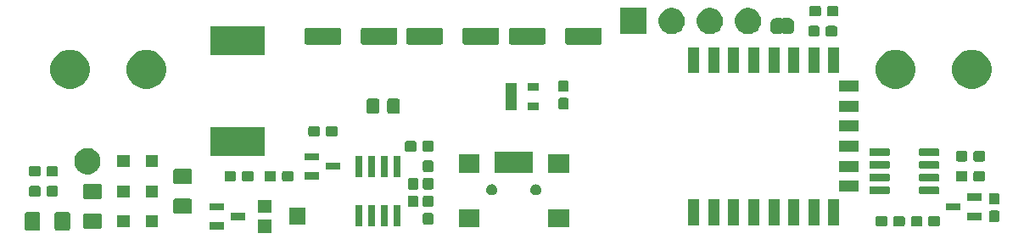
<source format=gts>
G04 #@! TF.GenerationSoftware,KiCad,Pcbnew,5.1.5+dfsg1-2build2*
G04 #@! TF.CreationDate,2020-09-23T11:02:05-04:00*
G04 #@! TF.ProjectId,Wifi_Geiger,57696669-5f47-4656-9967-65722e6b6963,rev?*
G04 #@! TF.SameCoordinates,Original*
G04 #@! TF.FileFunction,Soldermask,Top*
G04 #@! TF.FilePolarity,Negative*
%FSLAX46Y46*%
G04 Gerber Fmt 4.6, Leading zero omitted, Abs format (unit mm)*
G04 Created by KiCad (PCBNEW 5.1.5+dfsg1-2build2) date 2020-09-23 11:02:05*
%MOMM*%
%LPD*%
G04 APERTURE LIST*
%ADD10C,0.100000*%
G04 APERTURE END LIST*
D10*
G36*
X131851000Y-132151000D02*
G01*
X130549000Y-132151000D01*
X130549000Y-130849000D01*
X131851000Y-130849000D01*
X131851000Y-132151000D01*
G37*
G36*
X111613062Y-130078181D02*
G01*
X111647981Y-130088774D01*
X111680163Y-130105976D01*
X111708373Y-130129127D01*
X111731524Y-130157337D01*
X111748726Y-130189519D01*
X111759319Y-130224438D01*
X111763500Y-130266895D01*
X111763500Y-131733105D01*
X111759319Y-131775562D01*
X111748726Y-131810481D01*
X111731524Y-131842663D01*
X111708373Y-131870873D01*
X111680163Y-131894024D01*
X111647981Y-131911226D01*
X111613062Y-131921819D01*
X111570605Y-131926000D01*
X110429395Y-131926000D01*
X110386938Y-131921819D01*
X110352019Y-131911226D01*
X110319837Y-131894024D01*
X110291627Y-131870873D01*
X110268476Y-131842663D01*
X110251274Y-131810481D01*
X110240681Y-131775562D01*
X110236500Y-131733105D01*
X110236500Y-130266895D01*
X110240681Y-130224438D01*
X110251274Y-130189519D01*
X110268476Y-130157337D01*
X110291627Y-130129127D01*
X110319837Y-130105976D01*
X110352019Y-130088774D01*
X110386938Y-130078181D01*
X110429395Y-130074000D01*
X111570605Y-130074000D01*
X111613062Y-130078181D01*
G37*
G36*
X108638062Y-130078181D02*
G01*
X108672981Y-130088774D01*
X108705163Y-130105976D01*
X108733373Y-130129127D01*
X108756524Y-130157337D01*
X108773726Y-130189519D01*
X108784319Y-130224438D01*
X108788500Y-130266895D01*
X108788500Y-131733105D01*
X108784319Y-131775562D01*
X108773726Y-131810481D01*
X108756524Y-131842663D01*
X108733373Y-131870873D01*
X108705163Y-131894024D01*
X108672981Y-131911226D01*
X108638062Y-131921819D01*
X108595605Y-131926000D01*
X107454395Y-131926000D01*
X107411938Y-131921819D01*
X107377019Y-131911226D01*
X107344837Y-131894024D01*
X107316627Y-131870873D01*
X107293476Y-131842663D01*
X107276274Y-131810481D01*
X107265681Y-131775562D01*
X107261500Y-131733105D01*
X107261500Y-130266895D01*
X107265681Y-130224438D01*
X107276274Y-130189519D01*
X107293476Y-130157337D01*
X107316627Y-130129127D01*
X107344837Y-130105976D01*
X107377019Y-130088774D01*
X107411938Y-130078181D01*
X107454395Y-130074000D01*
X108595605Y-130074000D01*
X108638062Y-130078181D01*
G37*
G36*
X127170000Y-131820000D02*
G01*
X125730000Y-131820000D01*
X125730000Y-131080000D01*
X127170000Y-131080000D01*
X127170000Y-131820000D01*
G37*
G36*
X114788062Y-130228181D02*
G01*
X114822981Y-130238774D01*
X114855163Y-130255976D01*
X114883373Y-130279127D01*
X114906524Y-130307337D01*
X114923726Y-130339519D01*
X114934319Y-130374438D01*
X114938500Y-130416895D01*
X114938500Y-131558105D01*
X114934319Y-131600562D01*
X114923726Y-131635481D01*
X114906524Y-131667663D01*
X114883373Y-131695873D01*
X114855163Y-131719024D01*
X114822981Y-131736226D01*
X114788062Y-131746819D01*
X114745605Y-131751000D01*
X113279395Y-131751000D01*
X113236938Y-131746819D01*
X113202019Y-131736226D01*
X113169837Y-131719024D01*
X113141627Y-131695873D01*
X113118476Y-131667663D01*
X113101274Y-131635481D01*
X113090681Y-131600562D01*
X113086500Y-131558105D01*
X113086500Y-130416895D01*
X113090681Y-130374438D01*
X113101274Y-130339519D01*
X113118476Y-130307337D01*
X113141627Y-130279127D01*
X113169837Y-130255976D01*
X113202019Y-130238774D01*
X113236938Y-130228181D01*
X113279395Y-130224000D01*
X114745605Y-130224000D01*
X114788062Y-130228181D01*
G37*
G36*
X117701000Y-131601000D02*
G01*
X116499000Y-131601000D01*
X116499000Y-130399000D01*
X117701000Y-130399000D01*
X117701000Y-131601000D01*
G37*
G36*
X120501000Y-131601000D02*
G01*
X119299000Y-131601000D01*
X119299000Y-130399000D01*
X120501000Y-130399000D01*
X120501000Y-131601000D01*
G37*
G36*
X152651000Y-131591000D02*
G01*
X150549000Y-131591000D01*
X150549000Y-129789000D01*
X152651000Y-129789000D01*
X152651000Y-131591000D01*
G37*
G36*
X161551000Y-131591000D02*
G01*
X159449000Y-131591000D01*
X159449000Y-129789000D01*
X161551000Y-129789000D01*
X161551000Y-131591000D01*
G37*
G36*
X194914499Y-130478445D02*
G01*
X194951995Y-130489820D01*
X194986554Y-130508292D01*
X195016847Y-130533153D01*
X195041708Y-130563446D01*
X195060180Y-130598005D01*
X195071555Y-130635501D01*
X195076000Y-130680638D01*
X195076000Y-131319362D01*
X195071555Y-131364499D01*
X195060180Y-131401995D01*
X195041708Y-131436554D01*
X195016847Y-131466847D01*
X194986554Y-131491708D01*
X194951995Y-131510180D01*
X194914499Y-131521555D01*
X194869362Y-131526000D01*
X194130638Y-131526000D01*
X194085501Y-131521555D01*
X194048005Y-131510180D01*
X194013446Y-131491708D01*
X193983153Y-131466847D01*
X193958292Y-131436554D01*
X193939820Y-131401995D01*
X193928445Y-131364499D01*
X193924000Y-131319362D01*
X193924000Y-130680638D01*
X193928445Y-130635501D01*
X193939820Y-130598005D01*
X193958292Y-130563446D01*
X193983153Y-130533153D01*
X194013446Y-130508292D01*
X194048005Y-130489820D01*
X194085501Y-130478445D01*
X194130638Y-130474000D01*
X194869362Y-130474000D01*
X194914499Y-130478445D01*
G37*
G36*
X193164499Y-130478445D02*
G01*
X193201995Y-130489820D01*
X193236554Y-130508292D01*
X193266847Y-130533153D01*
X193291708Y-130563446D01*
X193310180Y-130598005D01*
X193321555Y-130635501D01*
X193326000Y-130680638D01*
X193326000Y-131319362D01*
X193321555Y-131364499D01*
X193310180Y-131401995D01*
X193291708Y-131436554D01*
X193266847Y-131466847D01*
X193236554Y-131491708D01*
X193201995Y-131510180D01*
X193164499Y-131521555D01*
X193119362Y-131526000D01*
X192380638Y-131526000D01*
X192335501Y-131521555D01*
X192298005Y-131510180D01*
X192263446Y-131491708D01*
X192233153Y-131466847D01*
X192208292Y-131436554D01*
X192189820Y-131401995D01*
X192178445Y-131364499D01*
X192174000Y-131319362D01*
X192174000Y-130680638D01*
X192178445Y-130635501D01*
X192189820Y-130598005D01*
X192208292Y-130563446D01*
X192233153Y-130533153D01*
X192263446Y-130508292D01*
X192298005Y-130489820D01*
X192335501Y-130478445D01*
X192380638Y-130474000D01*
X193119362Y-130474000D01*
X193164499Y-130478445D01*
G37*
G36*
X196664499Y-130478445D02*
G01*
X196701995Y-130489820D01*
X196736554Y-130508292D01*
X196766847Y-130533153D01*
X196791708Y-130563446D01*
X196810180Y-130598005D01*
X196821555Y-130635501D01*
X196826000Y-130680638D01*
X196826000Y-131319362D01*
X196821555Y-131364499D01*
X196810180Y-131401995D01*
X196791708Y-131436554D01*
X196766847Y-131466847D01*
X196736554Y-131491708D01*
X196701995Y-131510180D01*
X196664499Y-131521555D01*
X196619362Y-131526000D01*
X195880638Y-131526000D01*
X195835501Y-131521555D01*
X195798005Y-131510180D01*
X195763446Y-131491708D01*
X195733153Y-131466847D01*
X195708292Y-131436554D01*
X195689820Y-131401995D01*
X195678445Y-131364499D01*
X195674000Y-131319362D01*
X195674000Y-130680638D01*
X195678445Y-130635501D01*
X195689820Y-130598005D01*
X195708292Y-130563446D01*
X195733153Y-130533153D01*
X195763446Y-130508292D01*
X195798005Y-130489820D01*
X195835501Y-130478445D01*
X195880638Y-130474000D01*
X196619362Y-130474000D01*
X196664499Y-130478445D01*
G37*
G36*
X198414499Y-130478445D02*
G01*
X198451995Y-130489820D01*
X198486554Y-130508292D01*
X198516847Y-130533153D01*
X198541708Y-130563446D01*
X198560180Y-130598005D01*
X198571555Y-130635501D01*
X198576000Y-130680638D01*
X198576000Y-131319362D01*
X198571555Y-131364499D01*
X198560180Y-131401995D01*
X198541708Y-131436554D01*
X198516847Y-131466847D01*
X198486554Y-131491708D01*
X198451995Y-131510180D01*
X198414499Y-131521555D01*
X198369362Y-131526000D01*
X197630638Y-131526000D01*
X197585501Y-131521555D01*
X197548005Y-131510180D01*
X197513446Y-131491708D01*
X197483153Y-131466847D01*
X197458292Y-131436554D01*
X197439820Y-131401995D01*
X197428445Y-131364499D01*
X197424000Y-131319362D01*
X197424000Y-130680638D01*
X197428445Y-130635501D01*
X197439820Y-130598005D01*
X197458292Y-130563446D01*
X197483153Y-130533153D01*
X197513446Y-130508292D01*
X197548005Y-130489820D01*
X197585501Y-130478445D01*
X197630638Y-130474000D01*
X198369362Y-130474000D01*
X198414499Y-130478445D01*
G37*
G36*
X140946000Y-131501000D02*
G01*
X140244000Y-131501000D01*
X140244000Y-129399000D01*
X140946000Y-129399000D01*
X140946000Y-131501000D01*
G37*
G36*
X142216000Y-131501000D02*
G01*
X141514000Y-131501000D01*
X141514000Y-129399000D01*
X142216000Y-129399000D01*
X142216000Y-131501000D01*
G37*
G36*
X143486000Y-131501000D02*
G01*
X142784000Y-131501000D01*
X142784000Y-129399000D01*
X143486000Y-129399000D01*
X143486000Y-131501000D01*
G37*
G36*
X144756000Y-131501000D02*
G01*
X144054000Y-131501000D01*
X144054000Y-129399000D01*
X144756000Y-129399000D01*
X144756000Y-131501000D01*
G37*
G36*
X180551000Y-131401000D02*
G01*
X179449000Y-131401000D01*
X179449000Y-128799000D01*
X180551000Y-128799000D01*
X180551000Y-131401000D01*
G37*
G36*
X182551000Y-131401000D02*
G01*
X181449000Y-131401000D01*
X181449000Y-128799000D01*
X182551000Y-128799000D01*
X182551000Y-131401000D01*
G37*
G36*
X184551000Y-131401000D02*
G01*
X183449000Y-131401000D01*
X183449000Y-128799000D01*
X184551000Y-128799000D01*
X184551000Y-131401000D01*
G37*
G36*
X186551000Y-131401000D02*
G01*
X185449000Y-131401000D01*
X185449000Y-128799000D01*
X186551000Y-128799000D01*
X186551000Y-131401000D01*
G37*
G36*
X178551000Y-131401000D02*
G01*
X177449000Y-131401000D01*
X177449000Y-128799000D01*
X178551000Y-128799000D01*
X178551000Y-131401000D01*
G37*
G36*
X188551000Y-131401000D02*
G01*
X187449000Y-131401000D01*
X187449000Y-128799000D01*
X188551000Y-128799000D01*
X188551000Y-131401000D01*
G37*
G36*
X174551000Y-131401000D02*
G01*
X173449000Y-131401000D01*
X173449000Y-128799000D01*
X174551000Y-128799000D01*
X174551000Y-131401000D01*
G37*
G36*
X176551000Y-131401000D02*
G01*
X175449000Y-131401000D01*
X175449000Y-128799000D01*
X176551000Y-128799000D01*
X176551000Y-131401000D01*
G37*
G36*
X135251000Y-131351000D02*
G01*
X133649000Y-131351000D01*
X133649000Y-129649000D01*
X135251000Y-129649000D01*
X135251000Y-131351000D01*
G37*
G36*
X147864499Y-130178445D02*
G01*
X147901995Y-130189820D01*
X147936554Y-130208292D01*
X147966847Y-130233153D01*
X147991708Y-130263446D01*
X148010180Y-130298005D01*
X148021555Y-130335501D01*
X148026000Y-130380638D01*
X148026000Y-131119362D01*
X148021555Y-131164499D01*
X148010180Y-131201995D01*
X147991708Y-131236554D01*
X147966847Y-131266847D01*
X147936554Y-131291708D01*
X147901995Y-131310180D01*
X147864499Y-131321555D01*
X147819362Y-131326000D01*
X147180638Y-131326000D01*
X147135501Y-131321555D01*
X147098005Y-131310180D01*
X147063446Y-131291708D01*
X147033153Y-131266847D01*
X147008292Y-131236554D01*
X146989820Y-131201995D01*
X146978445Y-131164499D01*
X146974000Y-131119362D01*
X146974000Y-130380638D01*
X146978445Y-130335501D01*
X146989820Y-130298005D01*
X147008292Y-130263446D01*
X147033153Y-130233153D01*
X147063446Y-130208292D01*
X147098005Y-130189820D01*
X147135501Y-130178445D01*
X147180638Y-130174000D01*
X147819362Y-130174000D01*
X147864499Y-130178445D01*
G37*
G36*
X204364499Y-129928445D02*
G01*
X204401995Y-129939820D01*
X204436554Y-129958292D01*
X204466847Y-129983153D01*
X204491708Y-130013446D01*
X204510180Y-130048005D01*
X204521555Y-130085501D01*
X204526000Y-130130638D01*
X204526000Y-130869362D01*
X204521555Y-130914499D01*
X204510180Y-130951995D01*
X204491708Y-130986554D01*
X204466847Y-131016847D01*
X204436554Y-131041708D01*
X204401995Y-131060180D01*
X204364499Y-131071555D01*
X204319362Y-131076000D01*
X203680638Y-131076000D01*
X203635501Y-131071555D01*
X203598005Y-131060180D01*
X203563446Y-131041708D01*
X203533153Y-131016847D01*
X203508292Y-130986554D01*
X203489820Y-130951995D01*
X203478445Y-130914499D01*
X203474000Y-130869362D01*
X203474000Y-130130638D01*
X203478445Y-130085501D01*
X203489820Y-130048005D01*
X203508292Y-130013446D01*
X203533153Y-129983153D01*
X203563446Y-129958292D01*
X203598005Y-129939820D01*
X203635501Y-129928445D01*
X203680638Y-129924000D01*
X204319362Y-129924000D01*
X204364499Y-129928445D01*
G37*
G36*
X202720000Y-130870000D02*
G01*
X201280000Y-130870000D01*
X201280000Y-130130000D01*
X202720000Y-130130000D01*
X202720000Y-130870000D01*
G37*
G36*
X129270000Y-130870000D02*
G01*
X127830000Y-130870000D01*
X127830000Y-130130000D01*
X129270000Y-130130000D01*
X129270000Y-130870000D01*
G37*
G36*
X123775562Y-128740681D02*
G01*
X123810481Y-128751274D01*
X123842663Y-128768476D01*
X123870873Y-128791627D01*
X123894024Y-128819837D01*
X123911226Y-128852019D01*
X123921819Y-128886938D01*
X123926000Y-128929395D01*
X123926000Y-130070605D01*
X123921819Y-130113062D01*
X123911226Y-130147981D01*
X123894024Y-130180163D01*
X123870873Y-130208373D01*
X123842663Y-130231524D01*
X123810481Y-130248726D01*
X123775562Y-130259319D01*
X123733105Y-130263500D01*
X122266895Y-130263500D01*
X122224438Y-130259319D01*
X122189519Y-130248726D01*
X122157337Y-130231524D01*
X122129127Y-130208373D01*
X122105976Y-130180163D01*
X122088774Y-130147981D01*
X122078181Y-130113062D01*
X122074000Y-130070605D01*
X122074000Y-128929395D01*
X122078181Y-128886938D01*
X122088774Y-128852019D01*
X122105976Y-128819837D01*
X122129127Y-128791627D01*
X122157337Y-128768476D01*
X122189519Y-128751274D01*
X122224438Y-128740681D01*
X122266895Y-128736500D01*
X123733105Y-128736500D01*
X123775562Y-128740681D01*
G37*
G36*
X131851000Y-130151000D02*
G01*
X130549000Y-130151000D01*
X130549000Y-128849000D01*
X131851000Y-128849000D01*
X131851000Y-130151000D01*
G37*
G36*
X127170000Y-129920000D02*
G01*
X125730000Y-129920000D01*
X125730000Y-129180000D01*
X127170000Y-129180000D01*
X127170000Y-129920000D01*
G37*
G36*
X200620000Y-129920000D02*
G01*
X199180000Y-129920000D01*
X199180000Y-129180000D01*
X200620000Y-129180000D01*
X200620000Y-129920000D01*
G37*
G36*
X146364499Y-128428445D02*
G01*
X146401995Y-128439820D01*
X146436554Y-128458292D01*
X146466847Y-128483153D01*
X146491708Y-128513446D01*
X146510180Y-128548005D01*
X146521555Y-128585501D01*
X146526000Y-128630638D01*
X146526000Y-129369362D01*
X146521555Y-129414499D01*
X146510180Y-129451995D01*
X146491708Y-129486554D01*
X146466847Y-129516847D01*
X146436554Y-129541708D01*
X146401995Y-129560180D01*
X146364499Y-129571555D01*
X146319362Y-129576000D01*
X145680638Y-129576000D01*
X145635501Y-129571555D01*
X145598005Y-129560180D01*
X145563446Y-129541708D01*
X145533153Y-129516847D01*
X145508292Y-129486554D01*
X145489820Y-129451995D01*
X145478445Y-129414499D01*
X145474000Y-129369362D01*
X145474000Y-128630638D01*
X145478445Y-128585501D01*
X145489820Y-128548005D01*
X145508292Y-128513446D01*
X145533153Y-128483153D01*
X145563446Y-128458292D01*
X145598005Y-128439820D01*
X145635501Y-128428445D01*
X145680638Y-128424000D01*
X146319362Y-128424000D01*
X146364499Y-128428445D01*
G37*
G36*
X147864499Y-128428445D02*
G01*
X147901995Y-128439820D01*
X147936554Y-128458292D01*
X147966847Y-128483153D01*
X147991708Y-128513446D01*
X148010180Y-128548005D01*
X148021555Y-128585501D01*
X148026000Y-128630638D01*
X148026000Y-129369362D01*
X148021555Y-129414499D01*
X148010180Y-129451995D01*
X147991708Y-129486554D01*
X147966847Y-129516847D01*
X147936554Y-129541708D01*
X147901995Y-129560180D01*
X147864499Y-129571555D01*
X147819362Y-129576000D01*
X147180638Y-129576000D01*
X147135501Y-129571555D01*
X147098005Y-129560180D01*
X147063446Y-129541708D01*
X147033153Y-129516847D01*
X147008292Y-129486554D01*
X146989820Y-129451995D01*
X146978445Y-129414499D01*
X146974000Y-129369362D01*
X146974000Y-128630638D01*
X146978445Y-128585501D01*
X146989820Y-128548005D01*
X147008292Y-128513446D01*
X147033153Y-128483153D01*
X147063446Y-128458292D01*
X147098005Y-128439820D01*
X147135501Y-128428445D01*
X147180638Y-128424000D01*
X147819362Y-128424000D01*
X147864499Y-128428445D01*
G37*
G36*
X204364499Y-128178445D02*
G01*
X204401995Y-128189820D01*
X204436554Y-128208292D01*
X204466847Y-128233153D01*
X204491708Y-128263446D01*
X204510180Y-128298005D01*
X204521555Y-128335501D01*
X204526000Y-128380638D01*
X204526000Y-129119362D01*
X204521555Y-129164499D01*
X204510180Y-129201995D01*
X204491708Y-129236554D01*
X204466847Y-129266847D01*
X204436554Y-129291708D01*
X204401995Y-129310180D01*
X204364499Y-129321555D01*
X204319362Y-129326000D01*
X203680638Y-129326000D01*
X203635501Y-129321555D01*
X203598005Y-129310180D01*
X203563446Y-129291708D01*
X203533153Y-129266847D01*
X203508292Y-129236554D01*
X203489820Y-129201995D01*
X203478445Y-129164499D01*
X203474000Y-129119362D01*
X203474000Y-128380638D01*
X203478445Y-128335501D01*
X203489820Y-128298005D01*
X203508292Y-128263446D01*
X203533153Y-128233153D01*
X203563446Y-128208292D01*
X203598005Y-128189820D01*
X203635501Y-128178445D01*
X203680638Y-128174000D01*
X204319362Y-128174000D01*
X204364499Y-128178445D01*
G37*
G36*
X202720000Y-128970000D02*
G01*
X201280000Y-128970000D01*
X201280000Y-128230000D01*
X202720000Y-128230000D01*
X202720000Y-128970000D01*
G37*
G36*
X114788062Y-127253181D02*
G01*
X114822981Y-127263774D01*
X114855163Y-127280976D01*
X114883373Y-127304127D01*
X114906524Y-127332337D01*
X114923726Y-127364519D01*
X114934319Y-127399438D01*
X114938500Y-127441895D01*
X114938500Y-128583105D01*
X114934319Y-128625562D01*
X114923726Y-128660481D01*
X114906524Y-128692663D01*
X114883373Y-128720873D01*
X114855163Y-128744024D01*
X114822981Y-128761226D01*
X114788062Y-128771819D01*
X114745605Y-128776000D01*
X113279395Y-128776000D01*
X113236938Y-128771819D01*
X113202019Y-128761226D01*
X113169837Y-128744024D01*
X113141627Y-128720873D01*
X113118476Y-128692663D01*
X113101274Y-128660481D01*
X113090681Y-128625562D01*
X113086500Y-128583105D01*
X113086500Y-127441895D01*
X113090681Y-127399438D01*
X113101274Y-127364519D01*
X113118476Y-127332337D01*
X113141627Y-127304127D01*
X113169837Y-127280976D01*
X113202019Y-127263774D01*
X113236938Y-127253181D01*
X113279395Y-127249000D01*
X114745605Y-127249000D01*
X114788062Y-127253181D01*
G37*
G36*
X117701000Y-128601000D02*
G01*
X116499000Y-128601000D01*
X116499000Y-127399000D01*
X117701000Y-127399000D01*
X117701000Y-128601000D01*
G37*
G36*
X120501000Y-128601000D02*
G01*
X119299000Y-128601000D01*
X119299000Y-127399000D01*
X120501000Y-127399000D01*
X120501000Y-128601000D01*
G37*
G36*
X110414499Y-127478445D02*
G01*
X110451995Y-127489820D01*
X110486554Y-127508292D01*
X110516847Y-127533153D01*
X110541708Y-127563446D01*
X110560180Y-127598005D01*
X110571555Y-127635501D01*
X110576000Y-127680638D01*
X110576000Y-128319362D01*
X110571555Y-128364499D01*
X110560180Y-128401995D01*
X110541708Y-128436554D01*
X110516847Y-128466847D01*
X110486554Y-128491708D01*
X110451995Y-128510180D01*
X110414499Y-128521555D01*
X110369362Y-128526000D01*
X109630638Y-128526000D01*
X109585501Y-128521555D01*
X109548005Y-128510180D01*
X109513446Y-128491708D01*
X109483153Y-128466847D01*
X109458292Y-128436554D01*
X109439820Y-128401995D01*
X109428445Y-128364499D01*
X109424000Y-128319362D01*
X109424000Y-127680638D01*
X109428445Y-127635501D01*
X109439820Y-127598005D01*
X109458292Y-127563446D01*
X109483153Y-127533153D01*
X109513446Y-127508292D01*
X109548005Y-127489820D01*
X109585501Y-127478445D01*
X109630638Y-127474000D01*
X110369362Y-127474000D01*
X110414499Y-127478445D01*
G37*
G36*
X108664499Y-127478445D02*
G01*
X108701995Y-127489820D01*
X108736554Y-127508292D01*
X108766847Y-127533153D01*
X108791708Y-127563446D01*
X108810180Y-127598005D01*
X108821555Y-127635501D01*
X108826000Y-127680638D01*
X108826000Y-128319362D01*
X108821555Y-128364499D01*
X108810180Y-128401995D01*
X108791708Y-128436554D01*
X108766847Y-128466847D01*
X108736554Y-128491708D01*
X108701995Y-128510180D01*
X108664499Y-128521555D01*
X108619362Y-128526000D01*
X107880638Y-128526000D01*
X107835501Y-128521555D01*
X107798005Y-128510180D01*
X107763446Y-128491708D01*
X107733153Y-128466847D01*
X107708292Y-128436554D01*
X107689820Y-128401995D01*
X107678445Y-128364499D01*
X107674000Y-128319362D01*
X107674000Y-127680638D01*
X107678445Y-127635501D01*
X107689820Y-127598005D01*
X107708292Y-127563446D01*
X107733153Y-127533153D01*
X107763446Y-127508292D01*
X107798005Y-127489820D01*
X107835501Y-127478445D01*
X107880638Y-127474000D01*
X108619362Y-127474000D01*
X108664499Y-127478445D01*
G37*
G36*
X154010721Y-127310174D02*
G01*
X154110995Y-127351709D01*
X154110996Y-127351710D01*
X154201242Y-127412010D01*
X154277990Y-127488758D01*
X154307654Y-127533153D01*
X154338291Y-127579005D01*
X154379826Y-127679279D01*
X154401000Y-127785730D01*
X154401000Y-127894270D01*
X154379826Y-128000721D01*
X154338291Y-128100995D01*
X154338290Y-128100996D01*
X154277990Y-128191242D01*
X154201242Y-128267990D01*
X154166977Y-128290885D01*
X154110995Y-128328291D01*
X154010721Y-128369826D01*
X153904270Y-128391000D01*
X153795730Y-128391000D01*
X153689279Y-128369826D01*
X153589005Y-128328291D01*
X153533023Y-128290885D01*
X153498758Y-128267990D01*
X153422010Y-128191242D01*
X153361710Y-128100996D01*
X153361709Y-128100995D01*
X153320174Y-128000721D01*
X153299000Y-127894270D01*
X153299000Y-127785730D01*
X153320174Y-127679279D01*
X153361709Y-127579005D01*
X153392346Y-127533153D01*
X153422010Y-127488758D01*
X153498758Y-127412010D01*
X153589004Y-127351710D01*
X153589005Y-127351709D01*
X153689279Y-127310174D01*
X153795730Y-127289000D01*
X153904270Y-127289000D01*
X154010721Y-127310174D01*
G37*
G36*
X158410721Y-127310174D02*
G01*
X158510995Y-127351709D01*
X158510996Y-127351710D01*
X158601242Y-127412010D01*
X158677990Y-127488758D01*
X158707654Y-127533153D01*
X158738291Y-127579005D01*
X158779826Y-127679279D01*
X158801000Y-127785730D01*
X158801000Y-127894270D01*
X158779826Y-128000721D01*
X158738291Y-128100995D01*
X158738290Y-128100996D01*
X158677990Y-128191242D01*
X158601242Y-128267990D01*
X158566977Y-128290885D01*
X158510995Y-128328291D01*
X158410721Y-128369826D01*
X158304270Y-128391000D01*
X158195730Y-128391000D01*
X158089279Y-128369826D01*
X157989005Y-128328291D01*
X157933023Y-128290885D01*
X157898758Y-128267990D01*
X157822010Y-128191242D01*
X157761710Y-128100996D01*
X157761709Y-128100995D01*
X157720174Y-128000721D01*
X157699000Y-127894270D01*
X157699000Y-127785730D01*
X157720174Y-127679279D01*
X157761709Y-127579005D01*
X157792346Y-127533153D01*
X157822010Y-127488758D01*
X157898758Y-127412010D01*
X157989004Y-127351710D01*
X157989005Y-127351709D01*
X158089279Y-127310174D01*
X158195730Y-127289000D01*
X158304270Y-127289000D01*
X158410721Y-127310174D01*
G37*
G36*
X193484928Y-127556764D02*
G01*
X193506009Y-127563160D01*
X193525445Y-127573548D01*
X193542476Y-127587524D01*
X193556452Y-127604555D01*
X193566840Y-127623991D01*
X193573236Y-127645072D01*
X193576000Y-127673140D01*
X193576000Y-128136860D01*
X193573236Y-128164928D01*
X193566840Y-128186009D01*
X193556452Y-128205445D01*
X193542476Y-128222476D01*
X193525445Y-128236452D01*
X193506009Y-128246840D01*
X193484928Y-128253236D01*
X193456860Y-128256000D01*
X191643140Y-128256000D01*
X191615072Y-128253236D01*
X191593991Y-128246840D01*
X191574555Y-128236452D01*
X191557524Y-128222476D01*
X191543548Y-128205445D01*
X191533160Y-128186009D01*
X191526764Y-128164928D01*
X191524000Y-128136860D01*
X191524000Y-127673140D01*
X191526764Y-127645072D01*
X191533160Y-127623991D01*
X191543548Y-127604555D01*
X191557524Y-127587524D01*
X191574555Y-127573548D01*
X191593991Y-127563160D01*
X191615072Y-127556764D01*
X191643140Y-127554000D01*
X193456860Y-127554000D01*
X193484928Y-127556764D01*
G37*
G36*
X198434928Y-127556764D02*
G01*
X198456009Y-127563160D01*
X198475445Y-127573548D01*
X198492476Y-127587524D01*
X198506452Y-127604555D01*
X198516840Y-127623991D01*
X198523236Y-127645072D01*
X198526000Y-127673140D01*
X198526000Y-128136860D01*
X198523236Y-128164928D01*
X198516840Y-128186009D01*
X198506452Y-128205445D01*
X198492476Y-128222476D01*
X198475445Y-128236452D01*
X198456009Y-128246840D01*
X198434928Y-128253236D01*
X198406860Y-128256000D01*
X196593140Y-128256000D01*
X196565072Y-128253236D01*
X196543991Y-128246840D01*
X196524555Y-128236452D01*
X196507524Y-128222476D01*
X196493548Y-128205445D01*
X196483160Y-128186009D01*
X196476764Y-128164928D01*
X196474000Y-128136860D01*
X196474000Y-127673140D01*
X196476764Y-127645072D01*
X196483160Y-127623991D01*
X196493548Y-127604555D01*
X196507524Y-127587524D01*
X196524555Y-127573548D01*
X196543991Y-127563160D01*
X196565072Y-127556764D01*
X196593140Y-127554000D01*
X198406860Y-127554000D01*
X198434928Y-127556764D01*
G37*
G36*
X190451000Y-128051000D02*
G01*
X188549000Y-128051000D01*
X188549000Y-126949000D01*
X190451000Y-126949000D01*
X190451000Y-128051000D01*
G37*
G36*
X146364499Y-126678445D02*
G01*
X146401995Y-126689820D01*
X146436554Y-126708292D01*
X146466847Y-126733153D01*
X146491708Y-126763446D01*
X146510180Y-126798005D01*
X146521555Y-126835501D01*
X146526000Y-126880638D01*
X146526000Y-127619362D01*
X146521555Y-127664499D01*
X146510180Y-127701995D01*
X146491708Y-127736554D01*
X146466847Y-127766847D01*
X146436554Y-127791708D01*
X146401995Y-127810180D01*
X146364499Y-127821555D01*
X146319362Y-127826000D01*
X145680638Y-127826000D01*
X145635501Y-127821555D01*
X145598005Y-127810180D01*
X145563446Y-127791708D01*
X145533153Y-127766847D01*
X145508292Y-127736554D01*
X145489820Y-127701995D01*
X145478445Y-127664499D01*
X145474000Y-127619362D01*
X145474000Y-126880638D01*
X145478445Y-126835501D01*
X145489820Y-126798005D01*
X145508292Y-126763446D01*
X145533153Y-126733153D01*
X145563446Y-126708292D01*
X145598005Y-126689820D01*
X145635501Y-126678445D01*
X145680638Y-126674000D01*
X146319362Y-126674000D01*
X146364499Y-126678445D01*
G37*
G36*
X147864499Y-126678445D02*
G01*
X147901995Y-126689820D01*
X147936554Y-126708292D01*
X147966847Y-126733153D01*
X147991708Y-126763446D01*
X148010180Y-126798005D01*
X148021555Y-126835501D01*
X148026000Y-126880638D01*
X148026000Y-127619362D01*
X148021555Y-127664499D01*
X148010180Y-127701995D01*
X147991708Y-127736554D01*
X147966847Y-127766847D01*
X147936554Y-127791708D01*
X147901995Y-127810180D01*
X147864499Y-127821555D01*
X147819362Y-127826000D01*
X147180638Y-127826000D01*
X147135501Y-127821555D01*
X147098005Y-127810180D01*
X147063446Y-127791708D01*
X147033153Y-127766847D01*
X147008292Y-127736554D01*
X146989820Y-127701995D01*
X146978445Y-127664499D01*
X146974000Y-127619362D01*
X146974000Y-126880638D01*
X146978445Y-126835501D01*
X146989820Y-126798005D01*
X147008292Y-126763446D01*
X147033153Y-126733153D01*
X147063446Y-126708292D01*
X147098005Y-126689820D01*
X147135501Y-126678445D01*
X147180638Y-126674000D01*
X147819362Y-126674000D01*
X147864499Y-126678445D01*
G37*
G36*
X123775562Y-125765681D02*
G01*
X123810481Y-125776274D01*
X123842663Y-125793476D01*
X123870873Y-125816627D01*
X123894024Y-125844837D01*
X123911226Y-125877019D01*
X123921819Y-125911938D01*
X123926000Y-125954395D01*
X123926000Y-127095605D01*
X123921819Y-127138062D01*
X123911226Y-127172981D01*
X123894024Y-127205163D01*
X123870873Y-127233373D01*
X123842663Y-127256524D01*
X123810481Y-127273726D01*
X123775562Y-127284319D01*
X123733105Y-127288500D01*
X122266895Y-127288500D01*
X122224438Y-127284319D01*
X122189519Y-127273726D01*
X122157337Y-127256524D01*
X122129127Y-127233373D01*
X122105976Y-127205163D01*
X122088774Y-127172981D01*
X122078181Y-127138062D01*
X122074000Y-127095605D01*
X122074000Y-125954395D01*
X122078181Y-125911938D01*
X122088774Y-125877019D01*
X122105976Y-125844837D01*
X122129127Y-125816627D01*
X122157337Y-125793476D01*
X122189519Y-125776274D01*
X122224438Y-125765681D01*
X122266895Y-125761500D01*
X123733105Y-125761500D01*
X123775562Y-125765681D01*
G37*
G36*
X128164499Y-125978445D02*
G01*
X128201995Y-125989820D01*
X128236554Y-126008292D01*
X128266847Y-126033153D01*
X128291708Y-126063446D01*
X128310180Y-126098005D01*
X128321555Y-126135501D01*
X128326000Y-126180638D01*
X128326000Y-126819362D01*
X128321555Y-126864499D01*
X128310180Y-126901995D01*
X128291708Y-126936554D01*
X128266847Y-126966847D01*
X128236554Y-126991708D01*
X128201995Y-127010180D01*
X128164499Y-127021555D01*
X128119362Y-127026000D01*
X127380638Y-127026000D01*
X127335501Y-127021555D01*
X127298005Y-127010180D01*
X127263446Y-126991708D01*
X127233153Y-126966847D01*
X127208292Y-126936554D01*
X127189820Y-126901995D01*
X127178445Y-126864499D01*
X127174000Y-126819362D01*
X127174000Y-126180638D01*
X127178445Y-126135501D01*
X127189820Y-126098005D01*
X127208292Y-126063446D01*
X127233153Y-126033153D01*
X127263446Y-126008292D01*
X127298005Y-125989820D01*
X127335501Y-125978445D01*
X127380638Y-125974000D01*
X128119362Y-125974000D01*
X128164499Y-125978445D01*
G37*
G36*
X202914499Y-125978445D02*
G01*
X202951995Y-125989820D01*
X202986554Y-126008292D01*
X203016847Y-126033153D01*
X203041708Y-126063446D01*
X203060180Y-126098005D01*
X203071555Y-126135501D01*
X203076000Y-126180638D01*
X203076000Y-126819362D01*
X203071555Y-126864499D01*
X203060180Y-126901995D01*
X203041708Y-126936554D01*
X203016847Y-126966847D01*
X202986554Y-126991708D01*
X202951995Y-127010180D01*
X202914499Y-127021555D01*
X202869362Y-127026000D01*
X202130638Y-127026000D01*
X202085501Y-127021555D01*
X202048005Y-127010180D01*
X202013446Y-126991708D01*
X201983153Y-126966847D01*
X201958292Y-126936554D01*
X201939820Y-126901995D01*
X201928445Y-126864499D01*
X201924000Y-126819362D01*
X201924000Y-126180638D01*
X201928445Y-126135501D01*
X201939820Y-126098005D01*
X201958292Y-126063446D01*
X201983153Y-126033153D01*
X202013446Y-126008292D01*
X202048005Y-125989820D01*
X202085501Y-125978445D01*
X202130638Y-125974000D01*
X202869362Y-125974000D01*
X202914499Y-125978445D01*
G37*
G36*
X201164499Y-125978445D02*
G01*
X201201995Y-125989820D01*
X201236554Y-126008292D01*
X201266847Y-126033153D01*
X201291708Y-126063446D01*
X201310180Y-126098005D01*
X201321555Y-126135501D01*
X201326000Y-126180638D01*
X201326000Y-126819362D01*
X201321555Y-126864499D01*
X201310180Y-126901995D01*
X201291708Y-126936554D01*
X201266847Y-126966847D01*
X201236554Y-126991708D01*
X201201995Y-127010180D01*
X201164499Y-127021555D01*
X201119362Y-127026000D01*
X200380638Y-127026000D01*
X200335501Y-127021555D01*
X200298005Y-127010180D01*
X200263446Y-126991708D01*
X200233153Y-126966847D01*
X200208292Y-126936554D01*
X200189820Y-126901995D01*
X200178445Y-126864499D01*
X200174000Y-126819362D01*
X200174000Y-126180638D01*
X200178445Y-126135501D01*
X200189820Y-126098005D01*
X200208292Y-126063446D01*
X200233153Y-126033153D01*
X200263446Y-126008292D01*
X200298005Y-125989820D01*
X200335501Y-125978445D01*
X200380638Y-125974000D01*
X201119362Y-125974000D01*
X201164499Y-125978445D01*
G37*
G36*
X129914499Y-125978445D02*
G01*
X129951995Y-125989820D01*
X129986554Y-126008292D01*
X130016847Y-126033153D01*
X130041708Y-126063446D01*
X130060180Y-126098005D01*
X130071555Y-126135501D01*
X130076000Y-126180638D01*
X130076000Y-126819362D01*
X130071555Y-126864499D01*
X130060180Y-126901995D01*
X130041708Y-126936554D01*
X130016847Y-126966847D01*
X129986554Y-126991708D01*
X129951995Y-127010180D01*
X129914499Y-127021555D01*
X129869362Y-127026000D01*
X129130638Y-127026000D01*
X129085501Y-127021555D01*
X129048005Y-127010180D01*
X129013446Y-126991708D01*
X128983153Y-126966847D01*
X128958292Y-126936554D01*
X128939820Y-126901995D01*
X128928445Y-126864499D01*
X128924000Y-126819362D01*
X128924000Y-126180638D01*
X128928445Y-126135501D01*
X128939820Y-126098005D01*
X128958292Y-126063446D01*
X128983153Y-126033153D01*
X129013446Y-126008292D01*
X129048005Y-125989820D01*
X129085501Y-125978445D01*
X129130638Y-125974000D01*
X129869362Y-125974000D01*
X129914499Y-125978445D01*
G37*
G36*
X132164499Y-125978445D02*
G01*
X132201995Y-125989820D01*
X132236554Y-126008292D01*
X132266847Y-126033153D01*
X132291708Y-126063446D01*
X132310180Y-126098005D01*
X132321555Y-126135501D01*
X132326000Y-126180638D01*
X132326000Y-126819362D01*
X132321555Y-126864499D01*
X132310180Y-126901995D01*
X132291708Y-126936554D01*
X132266847Y-126966847D01*
X132236554Y-126991708D01*
X132201995Y-127010180D01*
X132164499Y-127021555D01*
X132119362Y-127026000D01*
X131380638Y-127026000D01*
X131335501Y-127021555D01*
X131298005Y-127010180D01*
X131263446Y-126991708D01*
X131233153Y-126966847D01*
X131208292Y-126936554D01*
X131189820Y-126901995D01*
X131178445Y-126864499D01*
X131174000Y-126819362D01*
X131174000Y-126180638D01*
X131178445Y-126135501D01*
X131189820Y-126098005D01*
X131208292Y-126063446D01*
X131233153Y-126033153D01*
X131263446Y-126008292D01*
X131298005Y-125989820D01*
X131335501Y-125978445D01*
X131380638Y-125974000D01*
X132119362Y-125974000D01*
X132164499Y-125978445D01*
G37*
G36*
X133914499Y-125978445D02*
G01*
X133951995Y-125989820D01*
X133986554Y-126008292D01*
X134016847Y-126033153D01*
X134041708Y-126063446D01*
X134060180Y-126098005D01*
X134071555Y-126135501D01*
X134076000Y-126180638D01*
X134076000Y-126819362D01*
X134071555Y-126864499D01*
X134060180Y-126901995D01*
X134041708Y-126936554D01*
X134016847Y-126966847D01*
X133986554Y-126991708D01*
X133951995Y-127010180D01*
X133914499Y-127021555D01*
X133869362Y-127026000D01*
X133130638Y-127026000D01*
X133085501Y-127021555D01*
X133048005Y-127010180D01*
X133013446Y-126991708D01*
X132983153Y-126966847D01*
X132958292Y-126936554D01*
X132939820Y-126901995D01*
X132928445Y-126864499D01*
X132924000Y-126819362D01*
X132924000Y-126180638D01*
X132928445Y-126135501D01*
X132939820Y-126098005D01*
X132958292Y-126063446D01*
X132983153Y-126033153D01*
X133013446Y-126008292D01*
X133048005Y-125989820D01*
X133085501Y-125978445D01*
X133130638Y-125974000D01*
X133869362Y-125974000D01*
X133914499Y-125978445D01*
G37*
G36*
X198434928Y-126286764D02*
G01*
X198456009Y-126293160D01*
X198475445Y-126303548D01*
X198492476Y-126317524D01*
X198506452Y-126334555D01*
X198516840Y-126353991D01*
X198523236Y-126375072D01*
X198526000Y-126403140D01*
X198526000Y-126866860D01*
X198523236Y-126894928D01*
X198516840Y-126916009D01*
X198506452Y-126935445D01*
X198492476Y-126952476D01*
X198475445Y-126966452D01*
X198456009Y-126976840D01*
X198434928Y-126983236D01*
X198406860Y-126986000D01*
X196593140Y-126986000D01*
X196565072Y-126983236D01*
X196543991Y-126976840D01*
X196524555Y-126966452D01*
X196507524Y-126952476D01*
X196493548Y-126935445D01*
X196483160Y-126916009D01*
X196476764Y-126894928D01*
X196474000Y-126866860D01*
X196474000Y-126403140D01*
X196476764Y-126375072D01*
X196483160Y-126353991D01*
X196493548Y-126334555D01*
X196507524Y-126317524D01*
X196524555Y-126303548D01*
X196543991Y-126293160D01*
X196565072Y-126286764D01*
X196593140Y-126284000D01*
X198406860Y-126284000D01*
X198434928Y-126286764D01*
G37*
G36*
X193484928Y-126286764D02*
G01*
X193506009Y-126293160D01*
X193525445Y-126303548D01*
X193542476Y-126317524D01*
X193556452Y-126334555D01*
X193566840Y-126353991D01*
X193573236Y-126375072D01*
X193576000Y-126403140D01*
X193576000Y-126866860D01*
X193573236Y-126894928D01*
X193566840Y-126916009D01*
X193556452Y-126935445D01*
X193542476Y-126952476D01*
X193525445Y-126966452D01*
X193506009Y-126976840D01*
X193484928Y-126983236D01*
X193456860Y-126986000D01*
X191643140Y-126986000D01*
X191615072Y-126983236D01*
X191593991Y-126976840D01*
X191574555Y-126966452D01*
X191557524Y-126952476D01*
X191543548Y-126935445D01*
X191533160Y-126916009D01*
X191526764Y-126894928D01*
X191524000Y-126866860D01*
X191524000Y-126403140D01*
X191526764Y-126375072D01*
X191533160Y-126353991D01*
X191543548Y-126334555D01*
X191557524Y-126317524D01*
X191574555Y-126303548D01*
X191593991Y-126293160D01*
X191615072Y-126286764D01*
X191643140Y-126284000D01*
X193456860Y-126284000D01*
X193484928Y-126286764D01*
G37*
G36*
X136620000Y-126820000D02*
G01*
X135180000Y-126820000D01*
X135180000Y-126080000D01*
X136620000Y-126080000D01*
X136620000Y-126820000D01*
G37*
G36*
X143486000Y-126601000D02*
G01*
X142784000Y-126601000D01*
X142784000Y-124499000D01*
X143486000Y-124499000D01*
X143486000Y-126601000D01*
G37*
G36*
X144756000Y-126601000D02*
G01*
X144054000Y-126601000D01*
X144054000Y-124499000D01*
X144756000Y-124499000D01*
X144756000Y-126601000D01*
G37*
G36*
X140946000Y-126601000D02*
G01*
X140244000Y-126601000D01*
X140244000Y-124499000D01*
X140946000Y-124499000D01*
X140946000Y-126601000D01*
G37*
G36*
X142216000Y-126601000D02*
G01*
X141514000Y-126601000D01*
X141514000Y-124499000D01*
X142216000Y-124499000D01*
X142216000Y-126601000D01*
G37*
G36*
X108664499Y-125478445D02*
G01*
X108701995Y-125489820D01*
X108736554Y-125508292D01*
X108766847Y-125533153D01*
X108791708Y-125563446D01*
X108810180Y-125598005D01*
X108821555Y-125635501D01*
X108826000Y-125680638D01*
X108826000Y-126319362D01*
X108821555Y-126364499D01*
X108810180Y-126401995D01*
X108791708Y-126436554D01*
X108766847Y-126466847D01*
X108736554Y-126491708D01*
X108701995Y-126510180D01*
X108664499Y-126521555D01*
X108619362Y-126526000D01*
X107880638Y-126526000D01*
X107835501Y-126521555D01*
X107798005Y-126510180D01*
X107763446Y-126491708D01*
X107733153Y-126466847D01*
X107708292Y-126436554D01*
X107689820Y-126401995D01*
X107678445Y-126364499D01*
X107674000Y-126319362D01*
X107674000Y-125680638D01*
X107678445Y-125635501D01*
X107689820Y-125598005D01*
X107708292Y-125563446D01*
X107733153Y-125533153D01*
X107763446Y-125508292D01*
X107798005Y-125489820D01*
X107835501Y-125478445D01*
X107880638Y-125474000D01*
X108619362Y-125474000D01*
X108664499Y-125478445D01*
G37*
G36*
X110414499Y-125478445D02*
G01*
X110451995Y-125489820D01*
X110486554Y-125508292D01*
X110516847Y-125533153D01*
X110541708Y-125563446D01*
X110560180Y-125598005D01*
X110571555Y-125635501D01*
X110576000Y-125680638D01*
X110576000Y-126319362D01*
X110571555Y-126364499D01*
X110560180Y-126401995D01*
X110541708Y-126436554D01*
X110516847Y-126466847D01*
X110486554Y-126491708D01*
X110451995Y-126510180D01*
X110414499Y-126521555D01*
X110369362Y-126526000D01*
X109630638Y-126526000D01*
X109585501Y-126521555D01*
X109548005Y-126510180D01*
X109513446Y-126491708D01*
X109483153Y-126466847D01*
X109458292Y-126436554D01*
X109439820Y-126401995D01*
X109428445Y-126364499D01*
X109424000Y-126319362D01*
X109424000Y-125680638D01*
X109428445Y-125635501D01*
X109439820Y-125598005D01*
X109458292Y-125563446D01*
X109483153Y-125533153D01*
X109513446Y-125508292D01*
X109548005Y-125489820D01*
X109585501Y-125478445D01*
X109630638Y-125474000D01*
X110369362Y-125474000D01*
X110414499Y-125478445D01*
G37*
G36*
X113879487Y-123748996D02*
G01*
X114055726Y-123821997D01*
X114116255Y-123847069D01*
X114329339Y-123989447D01*
X114510553Y-124170661D01*
X114642413Y-124368003D01*
X114652932Y-124383747D01*
X114751004Y-124620513D01*
X114801000Y-124871861D01*
X114801000Y-125128139D01*
X114751004Y-125379487D01*
X114659250Y-125601000D01*
X114652931Y-125616255D01*
X114510553Y-125829339D01*
X114329339Y-126010553D01*
X114116255Y-126152931D01*
X114116254Y-126152932D01*
X114116253Y-126152932D01*
X113879487Y-126251004D01*
X113628139Y-126301000D01*
X113371861Y-126301000D01*
X113120513Y-126251004D01*
X112883747Y-126152932D01*
X112883746Y-126152932D01*
X112883745Y-126152931D01*
X112670661Y-126010553D01*
X112489447Y-125829339D01*
X112347069Y-125616255D01*
X112340750Y-125601000D01*
X112248996Y-125379487D01*
X112199000Y-125128139D01*
X112199000Y-124871861D01*
X112248996Y-124620513D01*
X112347068Y-124383747D01*
X112357588Y-124368003D01*
X112489447Y-124170661D01*
X112670661Y-123989447D01*
X112883745Y-123847069D01*
X112944274Y-123821997D01*
X113120513Y-123748996D01*
X113371861Y-123699000D01*
X113628139Y-123699000D01*
X113879487Y-123748996D01*
G37*
G36*
X157951000Y-126191000D02*
G01*
X154149000Y-126191000D01*
X154149000Y-124089000D01*
X157951000Y-124089000D01*
X157951000Y-126191000D01*
G37*
G36*
X161551000Y-126141000D02*
G01*
X159449000Y-126141000D01*
X159449000Y-124339000D01*
X161551000Y-124339000D01*
X161551000Y-126141000D01*
G37*
G36*
X152651000Y-126141000D02*
G01*
X150549000Y-126141000D01*
X150549000Y-124339000D01*
X152651000Y-124339000D01*
X152651000Y-126141000D01*
G37*
G36*
X147864499Y-124928445D02*
G01*
X147901995Y-124939820D01*
X147936554Y-124958292D01*
X147966847Y-124983153D01*
X147991708Y-125013446D01*
X148010180Y-125048005D01*
X148021555Y-125085501D01*
X148026000Y-125130638D01*
X148026000Y-125869362D01*
X148021555Y-125914499D01*
X148010180Y-125951995D01*
X147991708Y-125986554D01*
X147966847Y-126016847D01*
X147936554Y-126041708D01*
X147901995Y-126060180D01*
X147864499Y-126071555D01*
X147819362Y-126076000D01*
X147180638Y-126076000D01*
X147135501Y-126071555D01*
X147098005Y-126060180D01*
X147063446Y-126041708D01*
X147033153Y-126016847D01*
X147008292Y-125986554D01*
X146989820Y-125951995D01*
X146978445Y-125914499D01*
X146974000Y-125869362D01*
X146974000Y-125130638D01*
X146978445Y-125085501D01*
X146989820Y-125048005D01*
X147008292Y-125013446D01*
X147033153Y-124983153D01*
X147063446Y-124958292D01*
X147098005Y-124939820D01*
X147135501Y-124928445D01*
X147180638Y-124924000D01*
X147819362Y-124924000D01*
X147864499Y-124928445D01*
G37*
G36*
X190451000Y-126051000D02*
G01*
X188549000Y-126051000D01*
X188549000Y-124949000D01*
X190451000Y-124949000D01*
X190451000Y-126051000D01*
G37*
G36*
X138720000Y-125870000D02*
G01*
X137280000Y-125870000D01*
X137280000Y-125130000D01*
X138720000Y-125130000D01*
X138720000Y-125870000D01*
G37*
G36*
X198434928Y-125016764D02*
G01*
X198456009Y-125023160D01*
X198475445Y-125033548D01*
X198492476Y-125047524D01*
X198506452Y-125064555D01*
X198516840Y-125083991D01*
X198523236Y-125105072D01*
X198526000Y-125133140D01*
X198526000Y-125596860D01*
X198523236Y-125624928D01*
X198516840Y-125646009D01*
X198506452Y-125665445D01*
X198492476Y-125682476D01*
X198475445Y-125696452D01*
X198456009Y-125706840D01*
X198434928Y-125713236D01*
X198406860Y-125716000D01*
X196593140Y-125716000D01*
X196565072Y-125713236D01*
X196543991Y-125706840D01*
X196524555Y-125696452D01*
X196507524Y-125682476D01*
X196493548Y-125665445D01*
X196483160Y-125646009D01*
X196476764Y-125624928D01*
X196474000Y-125596860D01*
X196474000Y-125133140D01*
X196476764Y-125105072D01*
X196483160Y-125083991D01*
X196493548Y-125064555D01*
X196507524Y-125047524D01*
X196524555Y-125033548D01*
X196543991Y-125023160D01*
X196565072Y-125016764D01*
X196593140Y-125014000D01*
X198406860Y-125014000D01*
X198434928Y-125016764D01*
G37*
G36*
X193484928Y-125016764D02*
G01*
X193506009Y-125023160D01*
X193525445Y-125033548D01*
X193542476Y-125047524D01*
X193556452Y-125064555D01*
X193566840Y-125083991D01*
X193573236Y-125105072D01*
X193576000Y-125133140D01*
X193576000Y-125596860D01*
X193573236Y-125624928D01*
X193566840Y-125646009D01*
X193556452Y-125665445D01*
X193542476Y-125682476D01*
X193525445Y-125696452D01*
X193506009Y-125706840D01*
X193484928Y-125713236D01*
X193456860Y-125716000D01*
X191643140Y-125716000D01*
X191615072Y-125713236D01*
X191593991Y-125706840D01*
X191574555Y-125696452D01*
X191557524Y-125682476D01*
X191543548Y-125665445D01*
X191533160Y-125646009D01*
X191526764Y-125624928D01*
X191524000Y-125596860D01*
X191524000Y-125133140D01*
X191526764Y-125105072D01*
X191533160Y-125083991D01*
X191543548Y-125064555D01*
X191557524Y-125047524D01*
X191574555Y-125033548D01*
X191593991Y-125023160D01*
X191615072Y-125016764D01*
X191643140Y-125014000D01*
X193456860Y-125014000D01*
X193484928Y-125016764D01*
G37*
G36*
X120501000Y-125601000D02*
G01*
X119299000Y-125601000D01*
X119299000Y-124399000D01*
X120501000Y-124399000D01*
X120501000Y-125601000D01*
G37*
G36*
X117701000Y-125601000D02*
G01*
X116499000Y-125601000D01*
X116499000Y-124399000D01*
X117701000Y-124399000D01*
X117701000Y-125601000D01*
G37*
G36*
X201164499Y-123978445D02*
G01*
X201201995Y-123989820D01*
X201236554Y-124008292D01*
X201266847Y-124033153D01*
X201291708Y-124063446D01*
X201310180Y-124098005D01*
X201321555Y-124135501D01*
X201326000Y-124180638D01*
X201326000Y-124819362D01*
X201321555Y-124864499D01*
X201310180Y-124901995D01*
X201291708Y-124936554D01*
X201266847Y-124966847D01*
X201236554Y-124991708D01*
X201201995Y-125010180D01*
X201164499Y-125021555D01*
X201119362Y-125026000D01*
X200380638Y-125026000D01*
X200335501Y-125021555D01*
X200298005Y-125010180D01*
X200263446Y-124991708D01*
X200233153Y-124966847D01*
X200208292Y-124936554D01*
X200189820Y-124901995D01*
X200178445Y-124864499D01*
X200174000Y-124819362D01*
X200174000Y-124180638D01*
X200178445Y-124135501D01*
X200189820Y-124098005D01*
X200208292Y-124063446D01*
X200233153Y-124033153D01*
X200263446Y-124008292D01*
X200298005Y-123989820D01*
X200335501Y-123978445D01*
X200380638Y-123974000D01*
X201119362Y-123974000D01*
X201164499Y-123978445D01*
G37*
G36*
X202914499Y-123978445D02*
G01*
X202951995Y-123989820D01*
X202986554Y-124008292D01*
X203016847Y-124033153D01*
X203041708Y-124063446D01*
X203060180Y-124098005D01*
X203071555Y-124135501D01*
X203076000Y-124180638D01*
X203076000Y-124819362D01*
X203071555Y-124864499D01*
X203060180Y-124901995D01*
X203041708Y-124936554D01*
X203016847Y-124966847D01*
X202986554Y-124991708D01*
X202951995Y-125010180D01*
X202914499Y-125021555D01*
X202869362Y-125026000D01*
X202130638Y-125026000D01*
X202085501Y-125021555D01*
X202048005Y-125010180D01*
X202013446Y-124991708D01*
X201983153Y-124966847D01*
X201958292Y-124936554D01*
X201939820Y-124901995D01*
X201928445Y-124864499D01*
X201924000Y-124819362D01*
X201924000Y-124180638D01*
X201928445Y-124135501D01*
X201939820Y-124098005D01*
X201958292Y-124063446D01*
X201983153Y-124033153D01*
X202013446Y-124008292D01*
X202048005Y-123989820D01*
X202085501Y-123978445D01*
X202130638Y-123974000D01*
X202869362Y-123974000D01*
X202914499Y-123978445D01*
G37*
G36*
X136620000Y-124920000D02*
G01*
X135180000Y-124920000D01*
X135180000Y-124180000D01*
X136620000Y-124180000D01*
X136620000Y-124920000D01*
G37*
G36*
X131151000Y-124501000D02*
G01*
X125749000Y-124501000D01*
X125749000Y-121599000D01*
X131151000Y-121599000D01*
X131151000Y-124501000D01*
G37*
G36*
X198434928Y-123746764D02*
G01*
X198456009Y-123753160D01*
X198475445Y-123763548D01*
X198492476Y-123777524D01*
X198506452Y-123794555D01*
X198516840Y-123813991D01*
X198523236Y-123835072D01*
X198526000Y-123863140D01*
X198526000Y-124326860D01*
X198523236Y-124354928D01*
X198516840Y-124376009D01*
X198506452Y-124395445D01*
X198492476Y-124412476D01*
X198475445Y-124426452D01*
X198456009Y-124436840D01*
X198434928Y-124443236D01*
X198406860Y-124446000D01*
X196593140Y-124446000D01*
X196565072Y-124443236D01*
X196543991Y-124436840D01*
X196524555Y-124426452D01*
X196507524Y-124412476D01*
X196493548Y-124395445D01*
X196483160Y-124376009D01*
X196476764Y-124354928D01*
X196474000Y-124326860D01*
X196474000Y-123863140D01*
X196476764Y-123835072D01*
X196483160Y-123813991D01*
X196493548Y-123794555D01*
X196507524Y-123777524D01*
X196524555Y-123763548D01*
X196543991Y-123753160D01*
X196565072Y-123746764D01*
X196593140Y-123744000D01*
X198406860Y-123744000D01*
X198434928Y-123746764D01*
G37*
G36*
X193484928Y-123746764D02*
G01*
X193506009Y-123753160D01*
X193525445Y-123763548D01*
X193542476Y-123777524D01*
X193556452Y-123794555D01*
X193566840Y-123813991D01*
X193573236Y-123835072D01*
X193576000Y-123863140D01*
X193576000Y-124326860D01*
X193573236Y-124354928D01*
X193566840Y-124376009D01*
X193556452Y-124395445D01*
X193542476Y-124412476D01*
X193525445Y-124426452D01*
X193506009Y-124436840D01*
X193484928Y-124443236D01*
X193456860Y-124446000D01*
X191643140Y-124446000D01*
X191615072Y-124443236D01*
X191593991Y-124436840D01*
X191574555Y-124426452D01*
X191557524Y-124412476D01*
X191543548Y-124395445D01*
X191533160Y-124376009D01*
X191526764Y-124354928D01*
X191524000Y-124326860D01*
X191524000Y-123863140D01*
X191526764Y-123835072D01*
X191533160Y-123813991D01*
X191543548Y-123794555D01*
X191557524Y-123777524D01*
X191574555Y-123763548D01*
X191593991Y-123753160D01*
X191615072Y-123746764D01*
X191643140Y-123744000D01*
X193456860Y-123744000D01*
X193484928Y-123746764D01*
G37*
G36*
X190451000Y-124051000D02*
G01*
X188549000Y-124051000D01*
X188549000Y-122949000D01*
X190451000Y-122949000D01*
X190451000Y-124051000D01*
G37*
G36*
X146164499Y-122978445D02*
G01*
X146201995Y-122989820D01*
X146236554Y-123008292D01*
X146266847Y-123033153D01*
X146291708Y-123063446D01*
X146310180Y-123098005D01*
X146321555Y-123135501D01*
X146326000Y-123180638D01*
X146326000Y-123819362D01*
X146321555Y-123864499D01*
X146310180Y-123901995D01*
X146291708Y-123936554D01*
X146266847Y-123966847D01*
X146236554Y-123991708D01*
X146201995Y-124010180D01*
X146164499Y-124021555D01*
X146119362Y-124026000D01*
X145380638Y-124026000D01*
X145335501Y-124021555D01*
X145298005Y-124010180D01*
X145263446Y-123991708D01*
X145233153Y-123966847D01*
X145208292Y-123936554D01*
X145189820Y-123901995D01*
X145178445Y-123864499D01*
X145174000Y-123819362D01*
X145174000Y-123180638D01*
X145178445Y-123135501D01*
X145189820Y-123098005D01*
X145208292Y-123063446D01*
X145233153Y-123033153D01*
X145263446Y-123008292D01*
X145298005Y-122989820D01*
X145335501Y-122978445D01*
X145380638Y-122974000D01*
X146119362Y-122974000D01*
X146164499Y-122978445D01*
G37*
G36*
X147914499Y-122978445D02*
G01*
X147951995Y-122989820D01*
X147986554Y-123008292D01*
X148016847Y-123033153D01*
X148041708Y-123063446D01*
X148060180Y-123098005D01*
X148071555Y-123135501D01*
X148076000Y-123180638D01*
X148076000Y-123819362D01*
X148071555Y-123864499D01*
X148060180Y-123901995D01*
X148041708Y-123936554D01*
X148016847Y-123966847D01*
X147986554Y-123991708D01*
X147951995Y-124010180D01*
X147914499Y-124021555D01*
X147869362Y-124026000D01*
X147130638Y-124026000D01*
X147085501Y-124021555D01*
X147048005Y-124010180D01*
X147013446Y-123991708D01*
X146983153Y-123966847D01*
X146958292Y-123936554D01*
X146939820Y-123901995D01*
X146928445Y-123864499D01*
X146924000Y-123819362D01*
X146924000Y-123180638D01*
X146928445Y-123135501D01*
X146939820Y-123098005D01*
X146958292Y-123063446D01*
X146983153Y-123033153D01*
X147013446Y-123008292D01*
X147048005Y-122989820D01*
X147085501Y-122978445D01*
X147130638Y-122974000D01*
X147869362Y-122974000D01*
X147914499Y-122978445D01*
G37*
G36*
X138289499Y-121478445D02*
G01*
X138326995Y-121489820D01*
X138361554Y-121508292D01*
X138391847Y-121533153D01*
X138416708Y-121563446D01*
X138435180Y-121598005D01*
X138446555Y-121635501D01*
X138451000Y-121680638D01*
X138451000Y-122319362D01*
X138446555Y-122364499D01*
X138435180Y-122401995D01*
X138416708Y-122436554D01*
X138391847Y-122466847D01*
X138361554Y-122491708D01*
X138326995Y-122510180D01*
X138289499Y-122521555D01*
X138244362Y-122526000D01*
X137505638Y-122526000D01*
X137460501Y-122521555D01*
X137423005Y-122510180D01*
X137388446Y-122491708D01*
X137358153Y-122466847D01*
X137333292Y-122436554D01*
X137314820Y-122401995D01*
X137303445Y-122364499D01*
X137299000Y-122319362D01*
X137299000Y-121680638D01*
X137303445Y-121635501D01*
X137314820Y-121598005D01*
X137333292Y-121563446D01*
X137358153Y-121533153D01*
X137388446Y-121508292D01*
X137423005Y-121489820D01*
X137460501Y-121478445D01*
X137505638Y-121474000D01*
X138244362Y-121474000D01*
X138289499Y-121478445D01*
G37*
G36*
X136539499Y-121478445D02*
G01*
X136576995Y-121489820D01*
X136611554Y-121508292D01*
X136641847Y-121533153D01*
X136666708Y-121563446D01*
X136685180Y-121598005D01*
X136696555Y-121635501D01*
X136701000Y-121680638D01*
X136701000Y-122319362D01*
X136696555Y-122364499D01*
X136685180Y-122401995D01*
X136666708Y-122436554D01*
X136641847Y-122466847D01*
X136611554Y-122491708D01*
X136576995Y-122510180D01*
X136539499Y-122521555D01*
X136494362Y-122526000D01*
X135755638Y-122526000D01*
X135710501Y-122521555D01*
X135673005Y-122510180D01*
X135638446Y-122491708D01*
X135608153Y-122466847D01*
X135583292Y-122436554D01*
X135564820Y-122401995D01*
X135553445Y-122364499D01*
X135549000Y-122319362D01*
X135549000Y-121680638D01*
X135553445Y-121635501D01*
X135564820Y-121598005D01*
X135583292Y-121563446D01*
X135608153Y-121533153D01*
X135638446Y-121508292D01*
X135673005Y-121489820D01*
X135710501Y-121478445D01*
X135755638Y-121474000D01*
X136494362Y-121474000D01*
X136539499Y-121478445D01*
G37*
G36*
X190451000Y-122051000D02*
G01*
X188549000Y-122051000D01*
X188549000Y-120949000D01*
X190451000Y-120949000D01*
X190451000Y-122051000D01*
G37*
G36*
X142463674Y-118753465D02*
G01*
X142501367Y-118764899D01*
X142536103Y-118783466D01*
X142566548Y-118808452D01*
X142591534Y-118838897D01*
X142610101Y-118873633D01*
X142621535Y-118911326D01*
X142626000Y-118956661D01*
X142626000Y-120043339D01*
X142621535Y-120088674D01*
X142610101Y-120126367D01*
X142591534Y-120161103D01*
X142566548Y-120191548D01*
X142536103Y-120216534D01*
X142501367Y-120235101D01*
X142463674Y-120246535D01*
X142418339Y-120251000D01*
X141581661Y-120251000D01*
X141536326Y-120246535D01*
X141498633Y-120235101D01*
X141463897Y-120216534D01*
X141433452Y-120191548D01*
X141408466Y-120161103D01*
X141389899Y-120126367D01*
X141378465Y-120088674D01*
X141374000Y-120043339D01*
X141374000Y-118956661D01*
X141378465Y-118911326D01*
X141389899Y-118873633D01*
X141408466Y-118838897D01*
X141433452Y-118808452D01*
X141463897Y-118783466D01*
X141498633Y-118764899D01*
X141536326Y-118753465D01*
X141581661Y-118749000D01*
X142418339Y-118749000D01*
X142463674Y-118753465D01*
G37*
G36*
X144513674Y-118753465D02*
G01*
X144551367Y-118764899D01*
X144586103Y-118783466D01*
X144616548Y-118808452D01*
X144641534Y-118838897D01*
X144660101Y-118873633D01*
X144671535Y-118911326D01*
X144676000Y-118956661D01*
X144676000Y-120043339D01*
X144671535Y-120088674D01*
X144660101Y-120126367D01*
X144641534Y-120161103D01*
X144616548Y-120191548D01*
X144586103Y-120216534D01*
X144551367Y-120235101D01*
X144513674Y-120246535D01*
X144468339Y-120251000D01*
X143631661Y-120251000D01*
X143586326Y-120246535D01*
X143548633Y-120235101D01*
X143513897Y-120216534D01*
X143483452Y-120191548D01*
X143458466Y-120161103D01*
X143439899Y-120126367D01*
X143428465Y-120088674D01*
X143424000Y-120043339D01*
X143424000Y-118956661D01*
X143428465Y-118911326D01*
X143439899Y-118873633D01*
X143458466Y-118838897D01*
X143483452Y-118808452D01*
X143513897Y-118783466D01*
X143548633Y-118764899D01*
X143586326Y-118753465D01*
X143631661Y-118749000D01*
X144468339Y-118749000D01*
X144513674Y-118753465D01*
G37*
G36*
X190451000Y-120051000D02*
G01*
X188549000Y-120051000D01*
X188549000Y-118949000D01*
X190451000Y-118949000D01*
X190451000Y-120051000D01*
G37*
G36*
X156381000Y-119876000D02*
G01*
X155219000Y-119876000D01*
X155219000Y-117224000D01*
X156381000Y-117224000D01*
X156381000Y-119876000D01*
G37*
G36*
X158581000Y-119876000D02*
G01*
X157419000Y-119876000D01*
X157419000Y-119124000D01*
X158581000Y-119124000D01*
X158581000Y-119876000D01*
G37*
G36*
X161364499Y-118678445D02*
G01*
X161401995Y-118689820D01*
X161436554Y-118708292D01*
X161466847Y-118733153D01*
X161491708Y-118763446D01*
X161510180Y-118798005D01*
X161521555Y-118835501D01*
X161526000Y-118880638D01*
X161526000Y-119619362D01*
X161521555Y-119664499D01*
X161510180Y-119701995D01*
X161491708Y-119736554D01*
X161466847Y-119766847D01*
X161436554Y-119791708D01*
X161401995Y-119810180D01*
X161364499Y-119821555D01*
X161319362Y-119826000D01*
X160680638Y-119826000D01*
X160635501Y-119821555D01*
X160598005Y-119810180D01*
X160563446Y-119791708D01*
X160533153Y-119766847D01*
X160508292Y-119736554D01*
X160489820Y-119701995D01*
X160478445Y-119664499D01*
X160474000Y-119619362D01*
X160474000Y-118880638D01*
X160478445Y-118835501D01*
X160489820Y-118798005D01*
X160508292Y-118763446D01*
X160533153Y-118733153D01*
X160563446Y-118708292D01*
X160598005Y-118689820D01*
X160635501Y-118678445D01*
X160680638Y-118674000D01*
X161319362Y-118674000D01*
X161364499Y-118678445D01*
G37*
G36*
X161364499Y-116928445D02*
G01*
X161401995Y-116939820D01*
X161436554Y-116958292D01*
X161466847Y-116983153D01*
X161491708Y-117013446D01*
X161510180Y-117048005D01*
X161521555Y-117085501D01*
X161526000Y-117130638D01*
X161526000Y-117869362D01*
X161521555Y-117914499D01*
X161510180Y-117951995D01*
X161491708Y-117986554D01*
X161466847Y-118016847D01*
X161436554Y-118041708D01*
X161401995Y-118060180D01*
X161364499Y-118071555D01*
X161319362Y-118076000D01*
X160680638Y-118076000D01*
X160635501Y-118071555D01*
X160598005Y-118060180D01*
X160563446Y-118041708D01*
X160533153Y-118016847D01*
X160508292Y-117986554D01*
X160489820Y-117951995D01*
X160478445Y-117914499D01*
X160474000Y-117869362D01*
X160474000Y-117130638D01*
X160478445Y-117085501D01*
X160489820Y-117048005D01*
X160508292Y-117013446D01*
X160533153Y-116983153D01*
X160563446Y-116958292D01*
X160598005Y-116939820D01*
X160635501Y-116928445D01*
X160680638Y-116924000D01*
X161319362Y-116924000D01*
X161364499Y-116928445D01*
G37*
G36*
X190451000Y-118051000D02*
G01*
X188549000Y-118051000D01*
X188549000Y-116949000D01*
X190451000Y-116949000D01*
X190451000Y-118051000D01*
G37*
G36*
X158581000Y-117976000D02*
G01*
X157419000Y-117976000D01*
X157419000Y-117224000D01*
X158581000Y-117224000D01*
X158581000Y-117976000D01*
G37*
G36*
X119824579Y-113918112D02*
G01*
X119950544Y-113943168D01*
X120097991Y-114004243D01*
X120306512Y-114090615D01*
X120306513Y-114090616D01*
X120626877Y-114304676D01*
X120899324Y-114577123D01*
X121042355Y-114791184D01*
X121113385Y-114897488D01*
X121260832Y-115253457D01*
X121336000Y-115631349D01*
X121336000Y-116016651D01*
X121260832Y-116394543D01*
X121113385Y-116750512D01*
X121113384Y-116750513D01*
X120899324Y-117070877D01*
X120626877Y-117343324D01*
X120412816Y-117486355D01*
X120306512Y-117557385D01*
X120097991Y-117643757D01*
X119950544Y-117704832D01*
X119824579Y-117729888D01*
X119572651Y-117780000D01*
X119187349Y-117780000D01*
X118935421Y-117729888D01*
X118809456Y-117704832D01*
X118662009Y-117643757D01*
X118453488Y-117557385D01*
X118347184Y-117486355D01*
X118133123Y-117343324D01*
X117860676Y-117070877D01*
X117646616Y-116750513D01*
X117646615Y-116750512D01*
X117499168Y-116394543D01*
X117424000Y-116016651D01*
X117424000Y-115631349D01*
X117499168Y-115253457D01*
X117646615Y-114897488D01*
X117717645Y-114791184D01*
X117860676Y-114577123D01*
X118133123Y-114304676D01*
X118453487Y-114090616D01*
X118453488Y-114090615D01*
X118662009Y-114004243D01*
X118809456Y-113943168D01*
X118935421Y-113918112D01*
X119187349Y-113868000D01*
X119572651Y-113868000D01*
X119824579Y-113918112D01*
G37*
G36*
X194584579Y-113918112D02*
G01*
X194710544Y-113943168D01*
X194857991Y-114004243D01*
X195066512Y-114090615D01*
X195066513Y-114090616D01*
X195386877Y-114304676D01*
X195659324Y-114577123D01*
X195802355Y-114791184D01*
X195873385Y-114897488D01*
X196020832Y-115253457D01*
X196096000Y-115631349D01*
X196096000Y-116016651D01*
X196020832Y-116394543D01*
X195873385Y-116750512D01*
X195873384Y-116750513D01*
X195659324Y-117070877D01*
X195386877Y-117343324D01*
X195172816Y-117486355D01*
X195066512Y-117557385D01*
X194857991Y-117643757D01*
X194710544Y-117704832D01*
X194584579Y-117729888D01*
X194332651Y-117780000D01*
X193947349Y-117780000D01*
X193695421Y-117729888D01*
X193569456Y-117704832D01*
X193422009Y-117643757D01*
X193213488Y-117557385D01*
X193107184Y-117486355D01*
X192893123Y-117343324D01*
X192620676Y-117070877D01*
X192406616Y-116750513D01*
X192406615Y-116750512D01*
X192259168Y-116394543D01*
X192184000Y-116016651D01*
X192184000Y-115631349D01*
X192259168Y-115253457D01*
X192406615Y-114897488D01*
X192477645Y-114791184D01*
X192620676Y-114577123D01*
X192893123Y-114304676D01*
X193213487Y-114090616D01*
X193213488Y-114090615D01*
X193422009Y-114004243D01*
X193569456Y-113943168D01*
X193695421Y-113918112D01*
X193947349Y-113868000D01*
X194332651Y-113868000D01*
X194584579Y-113918112D01*
G37*
G36*
X202204579Y-113918112D02*
G01*
X202330544Y-113943168D01*
X202477991Y-114004243D01*
X202686512Y-114090615D01*
X202686513Y-114090616D01*
X203006877Y-114304676D01*
X203279324Y-114577123D01*
X203422355Y-114791184D01*
X203493385Y-114897488D01*
X203640832Y-115253457D01*
X203716000Y-115631349D01*
X203716000Y-116016651D01*
X203640832Y-116394543D01*
X203493385Y-116750512D01*
X203493384Y-116750513D01*
X203279324Y-117070877D01*
X203006877Y-117343324D01*
X202792816Y-117486355D01*
X202686512Y-117557385D01*
X202477991Y-117643757D01*
X202330544Y-117704832D01*
X202204579Y-117729888D01*
X201952651Y-117780000D01*
X201567349Y-117780000D01*
X201315421Y-117729888D01*
X201189456Y-117704832D01*
X201042009Y-117643757D01*
X200833488Y-117557385D01*
X200727184Y-117486355D01*
X200513123Y-117343324D01*
X200240676Y-117070877D01*
X200026616Y-116750513D01*
X200026615Y-116750512D01*
X199879168Y-116394543D01*
X199804000Y-116016651D01*
X199804000Y-115631349D01*
X199879168Y-115253457D01*
X200026615Y-114897488D01*
X200097645Y-114791184D01*
X200240676Y-114577123D01*
X200513123Y-114304676D01*
X200833487Y-114090616D01*
X200833488Y-114090615D01*
X201042009Y-114004243D01*
X201189456Y-113943168D01*
X201315421Y-113918112D01*
X201567349Y-113868000D01*
X201952651Y-113868000D01*
X202204579Y-113918112D01*
G37*
G36*
X112204579Y-113918112D02*
G01*
X112330544Y-113943168D01*
X112477991Y-114004243D01*
X112686512Y-114090615D01*
X112686513Y-114090616D01*
X113006877Y-114304676D01*
X113279324Y-114577123D01*
X113422355Y-114791184D01*
X113493385Y-114897488D01*
X113640832Y-115253457D01*
X113716000Y-115631349D01*
X113716000Y-116016651D01*
X113640832Y-116394543D01*
X113493385Y-116750512D01*
X113493384Y-116750513D01*
X113279324Y-117070877D01*
X113006877Y-117343324D01*
X112792816Y-117486355D01*
X112686512Y-117557385D01*
X112477991Y-117643757D01*
X112330544Y-117704832D01*
X112204579Y-117729888D01*
X111952651Y-117780000D01*
X111567349Y-117780000D01*
X111315421Y-117729888D01*
X111189456Y-117704832D01*
X111042009Y-117643757D01*
X110833488Y-117557385D01*
X110727184Y-117486355D01*
X110513123Y-117343324D01*
X110240676Y-117070877D01*
X110026616Y-116750513D01*
X110026615Y-116750512D01*
X109879168Y-116394543D01*
X109804000Y-116016651D01*
X109804000Y-115631349D01*
X109879168Y-115253457D01*
X110026615Y-114897488D01*
X110097645Y-114791184D01*
X110240676Y-114577123D01*
X110513123Y-114304676D01*
X110833487Y-114090616D01*
X110833488Y-114090615D01*
X111042009Y-114004243D01*
X111189456Y-113943168D01*
X111315421Y-113918112D01*
X111567349Y-113868000D01*
X111952651Y-113868000D01*
X112204579Y-113918112D01*
G37*
G36*
X182551000Y-116201000D02*
G01*
X181449000Y-116201000D01*
X181449000Y-113599000D01*
X182551000Y-113599000D01*
X182551000Y-116201000D01*
G37*
G36*
X174551000Y-116201000D02*
G01*
X173449000Y-116201000D01*
X173449000Y-113599000D01*
X174551000Y-113599000D01*
X174551000Y-116201000D01*
G37*
G36*
X176551000Y-116201000D02*
G01*
X175449000Y-116201000D01*
X175449000Y-113599000D01*
X176551000Y-113599000D01*
X176551000Y-116201000D01*
G37*
G36*
X178551000Y-116201000D02*
G01*
X177449000Y-116201000D01*
X177449000Y-113599000D01*
X178551000Y-113599000D01*
X178551000Y-116201000D01*
G37*
G36*
X180551000Y-116201000D02*
G01*
X179449000Y-116201000D01*
X179449000Y-113599000D01*
X180551000Y-113599000D01*
X180551000Y-116201000D01*
G37*
G36*
X184551000Y-116201000D02*
G01*
X183449000Y-116201000D01*
X183449000Y-113599000D01*
X184551000Y-113599000D01*
X184551000Y-116201000D01*
G37*
G36*
X186551000Y-116201000D02*
G01*
X185449000Y-116201000D01*
X185449000Y-113599000D01*
X186551000Y-113599000D01*
X186551000Y-116201000D01*
G37*
G36*
X188551000Y-116201000D02*
G01*
X187449000Y-116201000D01*
X187449000Y-113599000D01*
X188551000Y-113599000D01*
X188551000Y-116201000D01*
G37*
G36*
X131151000Y-114401000D02*
G01*
X125749000Y-114401000D01*
X125749000Y-111499000D01*
X131151000Y-111499000D01*
X131151000Y-114401000D01*
G37*
G36*
X159055997Y-111653051D02*
G01*
X159089652Y-111663261D01*
X159120665Y-111679838D01*
X159147851Y-111702149D01*
X159170162Y-111729335D01*
X159186739Y-111760348D01*
X159196949Y-111794003D01*
X159201000Y-111835138D01*
X159201000Y-113164862D01*
X159196949Y-113205997D01*
X159186739Y-113239652D01*
X159170162Y-113270665D01*
X159147851Y-113297851D01*
X159120665Y-113320162D01*
X159089652Y-113336739D01*
X159055997Y-113346949D01*
X159014862Y-113351000D01*
X155785138Y-113351000D01*
X155744003Y-113346949D01*
X155710348Y-113336739D01*
X155679335Y-113320162D01*
X155652149Y-113297851D01*
X155629838Y-113270665D01*
X155613261Y-113239652D01*
X155603051Y-113205997D01*
X155599000Y-113164862D01*
X155599000Y-111835138D01*
X155603051Y-111794003D01*
X155613261Y-111760348D01*
X155629838Y-111729335D01*
X155652149Y-111702149D01*
X155679335Y-111679838D01*
X155710348Y-111663261D01*
X155744003Y-111653051D01*
X155785138Y-111649000D01*
X159014862Y-111649000D01*
X159055997Y-111653051D01*
G37*
G36*
X138655997Y-111653051D02*
G01*
X138689652Y-111663261D01*
X138720665Y-111679838D01*
X138747851Y-111702149D01*
X138770162Y-111729335D01*
X138786739Y-111760348D01*
X138796949Y-111794003D01*
X138801000Y-111835138D01*
X138801000Y-113164862D01*
X138796949Y-113205997D01*
X138786739Y-113239652D01*
X138770162Y-113270665D01*
X138747851Y-113297851D01*
X138720665Y-113320162D01*
X138689652Y-113336739D01*
X138655997Y-113346949D01*
X138614862Y-113351000D01*
X135385138Y-113351000D01*
X135344003Y-113346949D01*
X135310348Y-113336739D01*
X135279335Y-113320162D01*
X135252149Y-113297851D01*
X135229838Y-113270665D01*
X135213261Y-113239652D01*
X135203051Y-113205997D01*
X135199000Y-113164862D01*
X135199000Y-111835138D01*
X135203051Y-111794003D01*
X135213261Y-111760348D01*
X135229838Y-111729335D01*
X135252149Y-111702149D01*
X135279335Y-111679838D01*
X135310348Y-111663261D01*
X135344003Y-111653051D01*
X135385138Y-111649000D01*
X138614862Y-111649000D01*
X138655997Y-111653051D01*
G37*
G36*
X144255997Y-111653051D02*
G01*
X144289652Y-111663261D01*
X144320665Y-111679838D01*
X144347851Y-111702149D01*
X144370162Y-111729335D01*
X144386739Y-111760348D01*
X144396949Y-111794003D01*
X144401000Y-111835138D01*
X144401000Y-113164862D01*
X144396949Y-113205997D01*
X144386739Y-113239652D01*
X144370162Y-113270665D01*
X144347851Y-113297851D01*
X144320665Y-113320162D01*
X144289652Y-113336739D01*
X144255997Y-113346949D01*
X144214862Y-113351000D01*
X140985138Y-113351000D01*
X140944003Y-113346949D01*
X140910348Y-113336739D01*
X140879335Y-113320162D01*
X140852149Y-113297851D01*
X140829838Y-113270665D01*
X140813261Y-113239652D01*
X140803051Y-113205997D01*
X140799000Y-113164862D01*
X140799000Y-111835138D01*
X140803051Y-111794003D01*
X140813261Y-111760348D01*
X140829838Y-111729335D01*
X140852149Y-111702149D01*
X140879335Y-111679838D01*
X140910348Y-111663261D01*
X140944003Y-111653051D01*
X140985138Y-111649000D01*
X144214862Y-111649000D01*
X144255997Y-111653051D01*
G37*
G36*
X148805997Y-111653051D02*
G01*
X148839652Y-111663261D01*
X148870665Y-111679838D01*
X148897851Y-111702149D01*
X148920162Y-111729335D01*
X148936739Y-111760348D01*
X148946949Y-111794003D01*
X148951000Y-111835138D01*
X148951000Y-113164862D01*
X148946949Y-113205997D01*
X148936739Y-113239652D01*
X148920162Y-113270665D01*
X148897851Y-113297851D01*
X148870665Y-113320162D01*
X148839652Y-113336739D01*
X148805997Y-113346949D01*
X148764862Y-113351000D01*
X145535138Y-113351000D01*
X145494003Y-113346949D01*
X145460348Y-113336739D01*
X145429335Y-113320162D01*
X145402149Y-113297851D01*
X145379838Y-113270665D01*
X145363261Y-113239652D01*
X145353051Y-113205997D01*
X145349000Y-113164862D01*
X145349000Y-111835138D01*
X145353051Y-111794003D01*
X145363261Y-111760348D01*
X145379838Y-111729335D01*
X145402149Y-111702149D01*
X145429335Y-111679838D01*
X145460348Y-111663261D01*
X145494003Y-111653051D01*
X145535138Y-111649000D01*
X148764862Y-111649000D01*
X148805997Y-111653051D01*
G37*
G36*
X164655997Y-111653051D02*
G01*
X164689652Y-111663261D01*
X164720665Y-111679838D01*
X164747851Y-111702149D01*
X164770162Y-111729335D01*
X164786739Y-111760348D01*
X164796949Y-111794003D01*
X164801000Y-111835138D01*
X164801000Y-113164862D01*
X164796949Y-113205997D01*
X164786739Y-113239652D01*
X164770162Y-113270665D01*
X164747851Y-113297851D01*
X164720665Y-113320162D01*
X164689652Y-113336739D01*
X164655997Y-113346949D01*
X164614862Y-113351000D01*
X161385138Y-113351000D01*
X161344003Y-113346949D01*
X161310348Y-113336739D01*
X161279335Y-113320162D01*
X161252149Y-113297851D01*
X161229838Y-113270665D01*
X161213261Y-113239652D01*
X161203051Y-113205997D01*
X161199000Y-113164862D01*
X161199000Y-111835138D01*
X161203051Y-111794003D01*
X161213261Y-111760348D01*
X161229838Y-111729335D01*
X161252149Y-111702149D01*
X161279335Y-111679838D01*
X161310348Y-111663261D01*
X161344003Y-111653051D01*
X161385138Y-111649000D01*
X164614862Y-111649000D01*
X164655997Y-111653051D01*
G37*
G36*
X154405997Y-111653051D02*
G01*
X154439652Y-111663261D01*
X154470665Y-111679838D01*
X154497851Y-111702149D01*
X154520162Y-111729335D01*
X154536739Y-111760348D01*
X154546949Y-111794003D01*
X154551000Y-111835138D01*
X154551000Y-113164862D01*
X154546949Y-113205997D01*
X154536739Y-113239652D01*
X154520162Y-113270665D01*
X154497851Y-113297851D01*
X154470665Y-113320162D01*
X154439652Y-113336739D01*
X154405997Y-113346949D01*
X154364862Y-113351000D01*
X151135138Y-113351000D01*
X151094003Y-113346949D01*
X151060348Y-113336739D01*
X151029335Y-113320162D01*
X151002149Y-113297851D01*
X150979838Y-113270665D01*
X150963261Y-113239652D01*
X150953051Y-113205997D01*
X150949000Y-113164862D01*
X150949000Y-111835138D01*
X150953051Y-111794003D01*
X150963261Y-111760348D01*
X150979838Y-111729335D01*
X151002149Y-111702149D01*
X151029335Y-111679838D01*
X151060348Y-111663261D01*
X151094003Y-111653051D01*
X151135138Y-111649000D01*
X154364862Y-111649000D01*
X154405997Y-111653051D01*
G37*
G36*
X186414499Y-111478445D02*
G01*
X186451995Y-111489820D01*
X186486554Y-111508292D01*
X186516847Y-111533153D01*
X186541708Y-111563446D01*
X186560180Y-111598005D01*
X186571555Y-111635501D01*
X186576000Y-111680638D01*
X186576000Y-112319362D01*
X186571555Y-112364499D01*
X186560180Y-112401995D01*
X186541708Y-112436554D01*
X186516847Y-112466847D01*
X186486554Y-112491708D01*
X186451995Y-112510180D01*
X186414499Y-112521555D01*
X186369362Y-112526000D01*
X185630638Y-112526000D01*
X185585501Y-112521555D01*
X185548005Y-112510180D01*
X185513446Y-112491708D01*
X185483153Y-112466847D01*
X185458292Y-112436554D01*
X185439820Y-112401995D01*
X185428445Y-112364499D01*
X185424000Y-112319362D01*
X185424000Y-111680638D01*
X185428445Y-111635501D01*
X185439820Y-111598005D01*
X185458292Y-111563446D01*
X185483153Y-111533153D01*
X185513446Y-111508292D01*
X185548005Y-111489820D01*
X185585501Y-111478445D01*
X185630638Y-111474000D01*
X186369362Y-111474000D01*
X186414499Y-111478445D01*
G37*
G36*
X188164499Y-111478445D02*
G01*
X188201995Y-111489820D01*
X188236554Y-111508292D01*
X188266847Y-111533153D01*
X188291708Y-111563446D01*
X188310180Y-111598005D01*
X188321555Y-111635501D01*
X188326000Y-111680638D01*
X188326000Y-112319362D01*
X188321555Y-112364499D01*
X188310180Y-112401995D01*
X188291708Y-112436554D01*
X188266847Y-112466847D01*
X188236554Y-112491708D01*
X188201995Y-112510180D01*
X188164499Y-112521555D01*
X188119362Y-112526000D01*
X187380638Y-112526000D01*
X187335501Y-112521555D01*
X187298005Y-112510180D01*
X187263446Y-112491708D01*
X187233153Y-112466847D01*
X187208292Y-112436554D01*
X187189820Y-112401995D01*
X187178445Y-112364499D01*
X187174000Y-112319362D01*
X187174000Y-111680638D01*
X187178445Y-111635501D01*
X187189820Y-111598005D01*
X187208292Y-111563446D01*
X187233153Y-111533153D01*
X187263446Y-111508292D01*
X187298005Y-111489820D01*
X187335501Y-111478445D01*
X187380638Y-111474000D01*
X188119362Y-111474000D01*
X188164499Y-111478445D01*
G37*
G36*
X182709999Y-110699737D02*
G01*
X182719608Y-110702652D01*
X182728472Y-110707390D01*
X182736237Y-110713763D01*
X182746448Y-110726206D01*
X182753378Y-110736575D01*
X182770705Y-110753902D01*
X182791080Y-110767515D01*
X182813720Y-110776891D01*
X182837753Y-110781671D01*
X182862257Y-110781670D01*
X182886290Y-110776888D01*
X182908929Y-110767510D01*
X182929302Y-110753895D01*
X182946629Y-110736568D01*
X182953558Y-110726198D01*
X182963763Y-110713763D01*
X182971528Y-110707390D01*
X182980392Y-110702652D01*
X182990001Y-110699737D01*
X183006140Y-110698148D01*
X183493861Y-110698148D01*
X183512199Y-110699954D01*
X183524450Y-110700556D01*
X183542869Y-110700556D01*
X183565149Y-110702750D01*
X183649233Y-110719476D01*
X183670660Y-110725976D01*
X183749858Y-110758780D01*
X183755303Y-110761691D01*
X183755309Y-110761693D01*
X183764169Y-110766429D01*
X183764173Y-110766432D01*
X183769614Y-110769340D01*
X183840899Y-110816971D01*
X183858204Y-110831172D01*
X183918828Y-110891796D01*
X183933029Y-110909101D01*
X183980660Y-110980386D01*
X183983568Y-110985827D01*
X183983571Y-110985831D01*
X183988307Y-110994691D01*
X183988309Y-110994697D01*
X183991220Y-111000142D01*
X184024024Y-111079340D01*
X184030524Y-111100767D01*
X184047250Y-111184851D01*
X184049444Y-111207131D01*
X184049444Y-111225550D01*
X184050046Y-111237801D01*
X184051852Y-111256139D01*
X184051852Y-111743862D01*
X184050046Y-111762199D01*
X184049444Y-111774450D01*
X184049444Y-111792869D01*
X184047250Y-111815149D01*
X184030524Y-111899233D01*
X184024024Y-111920660D01*
X183991220Y-111999858D01*
X183988309Y-112005303D01*
X183988307Y-112005309D01*
X183983571Y-112014169D01*
X183983568Y-112014173D01*
X183980660Y-112019614D01*
X183933029Y-112090899D01*
X183918828Y-112108204D01*
X183858204Y-112168828D01*
X183840899Y-112183029D01*
X183769614Y-112230660D01*
X183764173Y-112233568D01*
X183764169Y-112233571D01*
X183755309Y-112238307D01*
X183755303Y-112238309D01*
X183749858Y-112241220D01*
X183670660Y-112274024D01*
X183649233Y-112280524D01*
X183565149Y-112297250D01*
X183542869Y-112299444D01*
X183524450Y-112299444D01*
X183512199Y-112300046D01*
X183493862Y-112301852D01*
X183006140Y-112301852D01*
X182990001Y-112300263D01*
X182980392Y-112297348D01*
X182971528Y-112292610D01*
X182963763Y-112286237D01*
X182953552Y-112273794D01*
X182946622Y-112263425D01*
X182929295Y-112246098D01*
X182908920Y-112232485D01*
X182886280Y-112223109D01*
X182862247Y-112218329D01*
X182837743Y-112218330D01*
X182813710Y-112223112D01*
X182791071Y-112232490D01*
X182770698Y-112246105D01*
X182753371Y-112263432D01*
X182746442Y-112273802D01*
X182736237Y-112286237D01*
X182728472Y-112292610D01*
X182719608Y-112297348D01*
X182709999Y-112300263D01*
X182693860Y-112301852D01*
X182206138Y-112301852D01*
X182187801Y-112300046D01*
X182175550Y-112299444D01*
X182157131Y-112299444D01*
X182134851Y-112297250D01*
X182050767Y-112280524D01*
X182029340Y-112274024D01*
X181950142Y-112241220D01*
X181944697Y-112238309D01*
X181944691Y-112238307D01*
X181935831Y-112233571D01*
X181935827Y-112233568D01*
X181930386Y-112230660D01*
X181859101Y-112183029D01*
X181841796Y-112168828D01*
X181781172Y-112108204D01*
X181766971Y-112090899D01*
X181719340Y-112019614D01*
X181716432Y-112014173D01*
X181716429Y-112014169D01*
X181711693Y-112005309D01*
X181711691Y-112005303D01*
X181708780Y-111999858D01*
X181675976Y-111920660D01*
X181669476Y-111899233D01*
X181652750Y-111815149D01*
X181650556Y-111792869D01*
X181650556Y-111774450D01*
X181649954Y-111762199D01*
X181648148Y-111743862D01*
X181648148Y-111256139D01*
X181649954Y-111237801D01*
X181650556Y-111225550D01*
X181650556Y-111207131D01*
X181652750Y-111184851D01*
X181669476Y-111100767D01*
X181675976Y-111079340D01*
X181708780Y-111000142D01*
X181711691Y-110994697D01*
X181711693Y-110994691D01*
X181716429Y-110985831D01*
X181716432Y-110985827D01*
X181719340Y-110980386D01*
X181766971Y-110909101D01*
X181781172Y-110891796D01*
X181841796Y-110831172D01*
X181859101Y-110816971D01*
X181930386Y-110769340D01*
X181935827Y-110766432D01*
X181935831Y-110766429D01*
X181944691Y-110761693D01*
X181944697Y-110761691D01*
X181950142Y-110758780D01*
X182029340Y-110725976D01*
X182050767Y-110719476D01*
X182134851Y-110702750D01*
X182157131Y-110700556D01*
X182175550Y-110700556D01*
X182187801Y-110699954D01*
X182206139Y-110698148D01*
X182693860Y-110698148D01*
X182709999Y-110699737D01*
G37*
G36*
X169300680Y-112300680D02*
G01*
X166699320Y-112300680D01*
X166699320Y-109699320D01*
X169300680Y-109699320D01*
X169300680Y-112300680D01*
G37*
G36*
X179809393Y-109749304D02*
G01*
X180046101Y-109847352D01*
X180046103Y-109847353D01*
X180259135Y-109989696D01*
X180440304Y-110170865D01*
X180582647Y-110383897D01*
X180582648Y-110383899D01*
X180680696Y-110620607D01*
X180730680Y-110871893D01*
X180730680Y-111128107D01*
X180680696Y-111379393D01*
X180582648Y-111616101D01*
X180582647Y-111616103D01*
X180440304Y-111829135D01*
X180259135Y-112010304D01*
X180046103Y-112152647D01*
X180046102Y-112152648D01*
X180046101Y-112152648D01*
X179809393Y-112250696D01*
X179558107Y-112300680D01*
X179301893Y-112300680D01*
X179050607Y-112250696D01*
X178813899Y-112152648D01*
X178813898Y-112152648D01*
X178813897Y-112152647D01*
X178600865Y-112010304D01*
X178419696Y-111829135D01*
X178277353Y-111616103D01*
X178277352Y-111616101D01*
X178179304Y-111379393D01*
X178129320Y-111128107D01*
X178129320Y-110871893D01*
X178179304Y-110620607D01*
X178277352Y-110383899D01*
X178277353Y-110383897D01*
X178419696Y-110170865D01*
X178600865Y-109989696D01*
X178813897Y-109847353D01*
X178813899Y-109847352D01*
X179050607Y-109749304D01*
X179301893Y-109699320D01*
X179558107Y-109699320D01*
X179809393Y-109749304D01*
G37*
G36*
X175999393Y-109749304D02*
G01*
X176236101Y-109847352D01*
X176236103Y-109847353D01*
X176449135Y-109989696D01*
X176630304Y-110170865D01*
X176772647Y-110383897D01*
X176772648Y-110383899D01*
X176870696Y-110620607D01*
X176920680Y-110871893D01*
X176920680Y-111128107D01*
X176870696Y-111379393D01*
X176772648Y-111616101D01*
X176772647Y-111616103D01*
X176630304Y-111829135D01*
X176449135Y-112010304D01*
X176236103Y-112152647D01*
X176236102Y-112152648D01*
X176236101Y-112152648D01*
X175999393Y-112250696D01*
X175748107Y-112300680D01*
X175491893Y-112300680D01*
X175240607Y-112250696D01*
X175003899Y-112152648D01*
X175003898Y-112152648D01*
X175003897Y-112152647D01*
X174790865Y-112010304D01*
X174609696Y-111829135D01*
X174467353Y-111616103D01*
X174467352Y-111616101D01*
X174369304Y-111379393D01*
X174319320Y-111128107D01*
X174319320Y-110871893D01*
X174369304Y-110620607D01*
X174467352Y-110383899D01*
X174467353Y-110383897D01*
X174609696Y-110170865D01*
X174790865Y-109989696D01*
X175003897Y-109847353D01*
X175003899Y-109847352D01*
X175240607Y-109749304D01*
X175491893Y-109699320D01*
X175748107Y-109699320D01*
X175999393Y-109749304D01*
G37*
G36*
X172189393Y-109749304D02*
G01*
X172426101Y-109847352D01*
X172426103Y-109847353D01*
X172639135Y-109989696D01*
X172820304Y-110170865D01*
X172962647Y-110383897D01*
X172962648Y-110383899D01*
X173060696Y-110620607D01*
X173110680Y-110871893D01*
X173110680Y-111128107D01*
X173060696Y-111379393D01*
X172962648Y-111616101D01*
X172962647Y-111616103D01*
X172820304Y-111829135D01*
X172639135Y-112010304D01*
X172426103Y-112152647D01*
X172426102Y-112152648D01*
X172426101Y-112152648D01*
X172189393Y-112250696D01*
X171938107Y-112300680D01*
X171681893Y-112300680D01*
X171430607Y-112250696D01*
X171193899Y-112152648D01*
X171193898Y-112152648D01*
X171193897Y-112152647D01*
X170980865Y-112010304D01*
X170799696Y-111829135D01*
X170657353Y-111616103D01*
X170657352Y-111616101D01*
X170559304Y-111379393D01*
X170509320Y-111128107D01*
X170509320Y-110871893D01*
X170559304Y-110620607D01*
X170657352Y-110383899D01*
X170657353Y-110383897D01*
X170799696Y-110170865D01*
X170980865Y-109989696D01*
X171193897Y-109847353D01*
X171193899Y-109847352D01*
X171430607Y-109749304D01*
X171681893Y-109699320D01*
X171938107Y-109699320D01*
X172189393Y-109749304D01*
G37*
G36*
X186539499Y-109478445D02*
G01*
X186576995Y-109489820D01*
X186611554Y-109508292D01*
X186641847Y-109533153D01*
X186666708Y-109563446D01*
X186685180Y-109598005D01*
X186696555Y-109635501D01*
X186701000Y-109680638D01*
X186701000Y-110319362D01*
X186696555Y-110364499D01*
X186685180Y-110401995D01*
X186666708Y-110436554D01*
X186641847Y-110466847D01*
X186611554Y-110491708D01*
X186576995Y-110510180D01*
X186539499Y-110521555D01*
X186494362Y-110526000D01*
X185755638Y-110526000D01*
X185710501Y-110521555D01*
X185673005Y-110510180D01*
X185638446Y-110491708D01*
X185608153Y-110466847D01*
X185583292Y-110436554D01*
X185564820Y-110401995D01*
X185553445Y-110364499D01*
X185549000Y-110319362D01*
X185549000Y-109680638D01*
X185553445Y-109635501D01*
X185564820Y-109598005D01*
X185583292Y-109563446D01*
X185608153Y-109533153D01*
X185638446Y-109508292D01*
X185673005Y-109489820D01*
X185710501Y-109478445D01*
X185755638Y-109474000D01*
X186494362Y-109474000D01*
X186539499Y-109478445D01*
G37*
G36*
X188289499Y-109478445D02*
G01*
X188326995Y-109489820D01*
X188361554Y-109508292D01*
X188391847Y-109533153D01*
X188416708Y-109563446D01*
X188435180Y-109598005D01*
X188446555Y-109635501D01*
X188451000Y-109680638D01*
X188451000Y-110319362D01*
X188446555Y-110364499D01*
X188435180Y-110401995D01*
X188416708Y-110436554D01*
X188391847Y-110466847D01*
X188361554Y-110491708D01*
X188326995Y-110510180D01*
X188289499Y-110521555D01*
X188244362Y-110526000D01*
X187505638Y-110526000D01*
X187460501Y-110521555D01*
X187423005Y-110510180D01*
X187388446Y-110491708D01*
X187358153Y-110466847D01*
X187333292Y-110436554D01*
X187314820Y-110401995D01*
X187303445Y-110364499D01*
X187299000Y-110319362D01*
X187299000Y-109680638D01*
X187303445Y-109635501D01*
X187314820Y-109598005D01*
X187333292Y-109563446D01*
X187358153Y-109533153D01*
X187388446Y-109508292D01*
X187423005Y-109489820D01*
X187460501Y-109478445D01*
X187505638Y-109474000D01*
X188244362Y-109474000D01*
X188289499Y-109478445D01*
G37*
M02*

</source>
